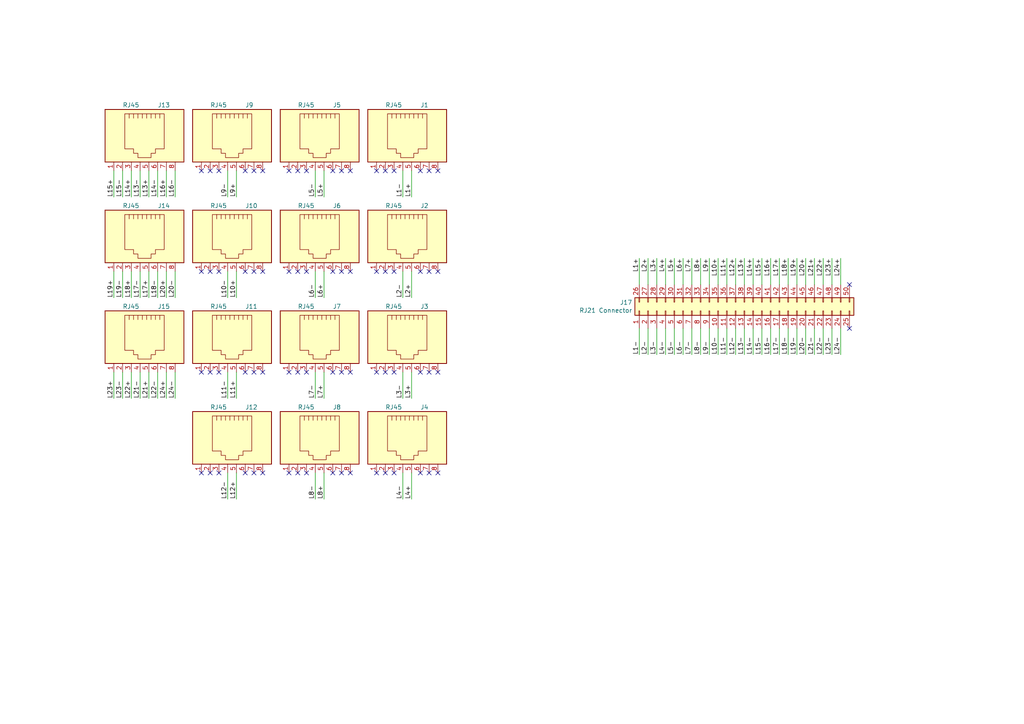
<source format=kicad_sch>
(kicad_sch (version 20211123) (generator eeschema)

  (uuid f17092c2-da41-47f4-a205-54f57effb47a)

  (paper "A4")

  (lib_symbols
    (symbol "Connector:RJ45" (pin_names (offset 1.016)) (in_bom yes) (on_board yes)
      (property "Reference" "J" (id 0) (at -5.08 13.97 0)
        (effects (font (size 1.27 1.27)) (justify right))
      )
      (property "Value" "RJ45" (id 1) (at 2.54 13.97 0)
        (effects (font (size 1.27 1.27)) (justify left))
      )
      (property "Footprint" "" (id 2) (at 0 0.635 90)
        (effects (font (size 1.27 1.27)) hide)
      )
      (property "Datasheet" "~" (id 3) (at 0 0.635 90)
        (effects (font (size 1.27 1.27)) hide)
      )
      (property "ki_keywords" "8P8C RJ female connector" (id 4) (at 0 0 0)
        (effects (font (size 1.27 1.27)) hide)
      )
      (property "ki_description" "RJ connector, 8P8C (8 positions 8 connected)" (id 5) (at 0 0 0)
        (effects (font (size 1.27 1.27)) hide)
      )
      (property "ki_fp_filters" "8P8C* RJ31* RJ32* RJ33* RJ34* RJ35* RJ41* RJ45* RJ49* RJ61*" (id 6) (at 0 0 0)
        (effects (font (size 1.27 1.27)) hide)
      )
      (symbol "RJ45_0_1"
        (polyline
          (pts
            (xy -5.08 4.445)
            (xy -6.35 4.445)
          )
          (stroke (width 0) (type default) (color 0 0 0 0))
          (fill (type none))
        )
        (polyline
          (pts
            (xy -5.08 5.715)
            (xy -6.35 5.715)
          )
          (stroke (width 0) (type default) (color 0 0 0 0))
          (fill (type none))
        )
        (polyline
          (pts
            (xy -6.35 -3.175)
            (xy -5.08 -3.175)
            (xy -5.08 -3.175)
          )
          (stroke (width 0) (type default) (color 0 0 0 0))
          (fill (type none))
        )
        (polyline
          (pts
            (xy -6.35 -1.905)
            (xy -5.08 -1.905)
            (xy -5.08 -1.905)
          )
          (stroke (width 0) (type default) (color 0 0 0 0))
          (fill (type none))
        )
        (polyline
          (pts
            (xy -6.35 -0.635)
            (xy -5.08 -0.635)
            (xy -5.08 -0.635)
          )
          (stroke (width 0) (type default) (color 0 0 0 0))
          (fill (type none))
        )
        (polyline
          (pts
            (xy -6.35 0.635)
            (xy -5.08 0.635)
            (xy -5.08 0.635)
          )
          (stroke (width 0) (type default) (color 0 0 0 0))
          (fill (type none))
        )
        (polyline
          (pts
            (xy -6.35 1.905)
            (xy -5.08 1.905)
            (xy -5.08 1.905)
          )
          (stroke (width 0) (type default) (color 0 0 0 0))
          (fill (type none))
        )
        (polyline
          (pts
            (xy -5.08 3.175)
            (xy -6.35 3.175)
            (xy -6.35 3.175)
          )
          (stroke (width 0) (type default) (color 0 0 0 0))
          (fill (type none))
        )
        (polyline
          (pts
            (xy -6.35 -4.445)
            (xy -6.35 6.985)
            (xy 3.81 6.985)
            (xy 3.81 4.445)
            (xy 5.08 4.445)
            (xy 5.08 3.175)
            (xy 6.35 3.175)
            (xy 6.35 -0.635)
            (xy 5.08 -0.635)
            (xy 5.08 -1.905)
            (xy 3.81 -1.905)
            (xy 3.81 -4.445)
            (xy -6.35 -4.445)
            (xy -6.35 -4.445)
          )
          (stroke (width 0) (type default) (color 0 0 0 0))
          (fill (type none))
        )
        (rectangle (start 7.62 12.7) (end -7.62 -10.16)
          (stroke (width 0.254) (type default) (color 0 0 0 0))
          (fill (type background))
        )
      )
      (symbol "RJ45_1_1"
        (pin passive line (at 10.16 -7.62 180) (length 2.54)
          (name "~" (effects (font (size 1.27 1.27))))
          (number "1" (effects (font (size 1.27 1.27))))
        )
        (pin passive line (at 10.16 -5.08 180) (length 2.54)
          (name "~" (effects (font (size 1.27 1.27))))
          (number "2" (effects (font (size 1.27 1.27))))
        )
        (pin passive line (at 10.16 -2.54 180) (length 2.54)
          (name "~" (effects (font (size 1.27 1.27))))
          (number "3" (effects (font (size 1.27 1.27))))
        )
        (pin passive line (at 10.16 0 180) (length 2.54)
          (name "~" (effects (font (size 1.27 1.27))))
          (number "4" (effects (font (size 1.27 1.27))))
        )
        (pin passive line (at 10.16 2.54 180) (length 2.54)
          (name "~" (effects (font (size 1.27 1.27))))
          (number "5" (effects (font (size 1.27 1.27))))
        )
        (pin passive line (at 10.16 5.08 180) (length 2.54)
          (name "~" (effects (font (size 1.27 1.27))))
          (number "6" (effects (font (size 1.27 1.27))))
        )
        (pin passive line (at 10.16 7.62 180) (length 2.54)
          (name "~" (effects (font (size 1.27 1.27))))
          (number "7" (effects (font (size 1.27 1.27))))
        )
        (pin passive line (at 10.16 10.16 180) (length 2.54)
          (name "~" (effects (font (size 1.27 1.27))))
          (number "8" (effects (font (size 1.27 1.27))))
        )
      )
    )
    (symbol "Connector_Generic:Conn_02x25_Top_Bottom" (pin_names (offset 1.016) hide) (in_bom yes) (on_board yes)
      (property "Reference" "J" (id 0) (at 1.27 33.02 0)
        (effects (font (size 1.27 1.27)))
      )
      (property "Value" "Conn_02x25_Top_Bottom" (id 1) (at 1.27 -33.02 0)
        (effects (font (size 1.27 1.27)))
      )
      (property "Footprint" "" (id 2) (at 0 0 0)
        (effects (font (size 1.27 1.27)) hide)
      )
      (property "Datasheet" "~" (id 3) (at 0 0 0)
        (effects (font (size 1.27 1.27)) hide)
      )
      (property "ki_keywords" "connector" (id 4) (at 0 0 0)
        (effects (font (size 1.27 1.27)) hide)
      )
      (property "ki_description" "Generic connector, double row, 02x25, top/bottom pin numbering scheme (row 1: 1...pins_per_row, row2: pins_per_row+1 ... num_pins), script generated (kicad-library-utils/schlib/autogen/connector/)" (id 5) (at 0 0 0)
        (effects (font (size 1.27 1.27)) hide)
      )
      (property "ki_fp_filters" "Connector*:*_2x??_*" (id 6) (at 0 0 0)
        (effects (font (size 1.27 1.27)) hide)
      )
      (symbol "Conn_02x25_Top_Bottom_1_1"
        (rectangle (start -1.27 -30.353) (end 0 -30.607)
          (stroke (width 0.1524) (type default) (color 0 0 0 0))
          (fill (type none))
        )
        (rectangle (start -1.27 -27.813) (end 0 -28.067)
          (stroke (width 0.1524) (type default) (color 0 0 0 0))
          (fill (type none))
        )
        (rectangle (start -1.27 -25.273) (end 0 -25.527)
          (stroke (width 0.1524) (type default) (color 0 0 0 0))
          (fill (type none))
        )
        (rectangle (start -1.27 -22.733) (end 0 -22.987)
          (stroke (width 0.1524) (type default) (color 0 0 0 0))
          (fill (type none))
        )
        (rectangle (start -1.27 -20.193) (end 0 -20.447)
          (stroke (width 0.1524) (type default) (color 0 0 0 0))
          (fill (type none))
        )
        (rectangle (start -1.27 -17.653) (end 0 -17.907)
          (stroke (width 0.1524) (type default) (color 0 0 0 0))
          (fill (type none))
        )
        (rectangle (start -1.27 -15.113) (end 0 -15.367)
          (stroke (width 0.1524) (type default) (color 0 0 0 0))
          (fill (type none))
        )
        (rectangle (start -1.27 -12.573) (end 0 -12.827)
          (stroke (width 0.1524) (type default) (color 0 0 0 0))
          (fill (type none))
        )
        (rectangle (start -1.27 -10.033) (end 0 -10.287)
          (stroke (width 0.1524) (type default) (color 0 0 0 0))
          (fill (type none))
        )
        (rectangle (start -1.27 -7.493) (end 0 -7.747)
          (stroke (width 0.1524) (type default) (color 0 0 0 0))
          (fill (type none))
        )
        (rectangle (start -1.27 -4.953) (end 0 -5.207)
          (stroke (width 0.1524) (type default) (color 0 0 0 0))
          (fill (type none))
        )
        (rectangle (start -1.27 -2.413) (end 0 -2.667)
          (stroke (width 0.1524) (type default) (color 0 0 0 0))
          (fill (type none))
        )
        (rectangle (start -1.27 0.127) (end 0 -0.127)
          (stroke (width 0.1524) (type default) (color 0 0 0 0))
          (fill (type none))
        )
        (rectangle (start -1.27 2.667) (end 0 2.413)
          (stroke (width 0.1524) (type default) (color 0 0 0 0))
          (fill (type none))
        )
        (rectangle (start -1.27 5.207) (end 0 4.953)
          (stroke (width 0.1524) (type default) (color 0 0 0 0))
          (fill (type none))
        )
        (rectangle (start -1.27 7.747) (end 0 7.493)
          (stroke (width 0.1524) (type default) (color 0 0 0 0))
          (fill (type none))
        )
        (rectangle (start -1.27 10.287) (end 0 10.033)
          (stroke (width 0.1524) (type default) (color 0 0 0 0))
          (fill (type none))
        )
        (rectangle (start -1.27 12.827) (end 0 12.573)
          (stroke (width 0.1524) (type default) (color 0 0 0 0))
          (fill (type none))
        )
        (rectangle (start -1.27 15.367) (end 0 15.113)
          (stroke (width 0.1524) (type default) (color 0 0 0 0))
          (fill (type none))
        )
        (rectangle (start -1.27 17.907) (end 0 17.653)
          (stroke (width 0.1524) (type default) (color 0 0 0 0))
          (fill (type none))
        )
        (rectangle (start -1.27 20.447) (end 0 20.193)
          (stroke (width 0.1524) (type default) (color 0 0 0 0))
          (fill (type none))
        )
        (rectangle (start -1.27 22.987) (end 0 22.733)
          (stroke (width 0.1524) (type default) (color 0 0 0 0))
          (fill (type none))
        )
        (rectangle (start -1.27 25.527) (end 0 25.273)
          (stroke (width 0.1524) (type default) (color 0 0 0 0))
          (fill (type none))
        )
        (rectangle (start -1.27 28.067) (end 0 27.813)
          (stroke (width 0.1524) (type default) (color 0 0 0 0))
          (fill (type none))
        )
        (rectangle (start -1.27 30.607) (end 0 30.353)
          (stroke (width 0.1524) (type default) (color 0 0 0 0))
          (fill (type none))
        )
        (rectangle (start -1.27 31.75) (end 3.81 -31.75)
          (stroke (width 0.254) (type default) (color 0 0 0 0))
          (fill (type background))
        )
        (rectangle (start 3.81 -30.353) (end 2.54 -30.607)
          (stroke (width 0.1524) (type default) (color 0 0 0 0))
          (fill (type none))
        )
        (rectangle (start 3.81 -27.813) (end 2.54 -28.067)
          (stroke (width 0.1524) (type default) (color 0 0 0 0))
          (fill (type none))
        )
        (rectangle (start 3.81 -25.273) (end 2.54 -25.527)
          (stroke (width 0.1524) (type default) (color 0 0 0 0))
          (fill (type none))
        )
        (rectangle (start 3.81 -22.733) (end 2.54 -22.987)
          (stroke (width 0.1524) (type default) (color 0 0 0 0))
          (fill (type none))
        )
        (rectangle (start 3.81 -20.193) (end 2.54 -20.447)
          (stroke (width 0.1524) (type default) (color 0 0 0 0))
          (fill (type none))
        )
        (rectangle (start 3.81 -17.653) (end 2.54 -17.907)
          (stroke (width 0.1524) (type default) (color 0 0 0 0))
          (fill (type none))
        )
        (rectangle (start 3.81 -15.113) (end 2.54 -15.367)
          (stroke (width 0.1524) (type default) (color 0 0 0 0))
          (fill (type none))
        )
        (rectangle (start 3.81 -12.573) (end 2.54 -12.827)
          (stroke (width 0.1524) (type default) (color 0 0 0 0))
          (fill (type none))
        )
        (rectangle (start 3.81 -10.033) (end 2.54 -10.287)
          (stroke (width 0.1524) (type default) (color 0 0 0 0))
          (fill (type none))
        )
        (rectangle (start 3.81 -7.493) (end 2.54 -7.747)
          (stroke (width 0.1524) (type default) (color 0 0 0 0))
          (fill (type none))
        )
        (rectangle (start 3.81 -4.953) (end 2.54 -5.207)
          (stroke (width 0.1524) (type default) (color 0 0 0 0))
          (fill (type none))
        )
        (rectangle (start 3.81 -2.413) (end 2.54 -2.667)
          (stroke (width 0.1524) (type default) (color 0 0 0 0))
          (fill (type none))
        )
        (rectangle (start 3.81 0.127) (end 2.54 -0.127)
          (stroke (width 0.1524) (type default) (color 0 0 0 0))
          (fill (type none))
        )
        (rectangle (start 3.81 2.667) (end 2.54 2.413)
          (stroke (width 0.1524) (type default) (color 0 0 0 0))
          (fill (type none))
        )
        (rectangle (start 3.81 5.207) (end 2.54 4.953)
          (stroke (width 0.1524) (type default) (color 0 0 0 0))
          (fill (type none))
        )
        (rectangle (start 3.81 7.747) (end 2.54 7.493)
          (stroke (width 0.1524) (type default) (color 0 0 0 0))
          (fill (type none))
        )
        (rectangle (start 3.81 10.287) (end 2.54 10.033)
          (stroke (width 0.1524) (type default) (color 0 0 0 0))
          (fill (type none))
        )
        (rectangle (start 3.81 12.827) (end 2.54 12.573)
          (stroke (width 0.1524) (type default) (color 0 0 0 0))
          (fill (type none))
        )
        (rectangle (start 3.81 15.367) (end 2.54 15.113)
          (stroke (width 0.1524) (type default) (color 0 0 0 0))
          (fill (type none))
        )
        (rectangle (start 3.81 17.907) (end 2.54 17.653)
          (stroke (width 0.1524) (type default) (color 0 0 0 0))
          (fill (type none))
        )
        (rectangle (start 3.81 20.447) (end 2.54 20.193)
          (stroke (width 0.1524) (type default) (color 0 0 0 0))
          (fill (type none))
        )
        (rectangle (start 3.81 22.987) (end 2.54 22.733)
          (stroke (width 0.1524) (type default) (color 0 0 0 0))
          (fill (type none))
        )
        (rectangle (start 3.81 25.527) (end 2.54 25.273)
          (stroke (width 0.1524) (type default) (color 0 0 0 0))
          (fill (type none))
        )
        (rectangle (start 3.81 28.067) (end 2.54 27.813)
          (stroke (width 0.1524) (type default) (color 0 0 0 0))
          (fill (type none))
        )
        (rectangle (start 3.81 30.607) (end 2.54 30.353)
          (stroke (width 0.1524) (type default) (color 0 0 0 0))
          (fill (type none))
        )
        (pin passive line (at -5.08 30.48 0) (length 3.81)
          (name "Pin_1" (effects (font (size 1.27 1.27))))
          (number "1" (effects (font (size 1.27 1.27))))
        )
        (pin passive line (at -5.08 7.62 0) (length 3.81)
          (name "Pin_10" (effects (font (size 1.27 1.27))))
          (number "10" (effects (font (size 1.27 1.27))))
        )
        (pin passive line (at -5.08 5.08 0) (length 3.81)
          (name "Pin_11" (effects (font (size 1.27 1.27))))
          (number "11" (effects (font (size 1.27 1.27))))
        )
        (pin passive line (at -5.08 2.54 0) (length 3.81)
          (name "Pin_12" (effects (font (size 1.27 1.27))))
          (number "12" (effects (font (size 1.27 1.27))))
        )
        (pin passive line (at -5.08 0 0) (length 3.81)
          (name "Pin_13" (effects (font (size 1.27 1.27))))
          (number "13" (effects (font (size 1.27 1.27))))
        )
        (pin passive line (at -5.08 -2.54 0) (length 3.81)
          (name "Pin_14" (effects (font (size 1.27 1.27))))
          (number "14" (effects (font (size 1.27 1.27))))
        )
        (pin passive line (at -5.08 -5.08 0) (length 3.81)
          (name "Pin_15" (effects (font (size 1.27 1.27))))
          (number "15" (effects (font (size 1.27 1.27))))
        )
        (pin passive line (at -5.08 -7.62 0) (length 3.81)
          (name "Pin_16" (effects (font (size 1.27 1.27))))
          (number "16" (effects (font (size 1.27 1.27))))
        )
        (pin passive line (at -5.08 -10.16 0) (length 3.81)
          (name "Pin_17" (effects (font (size 1.27 1.27))))
          (number "17" (effects (font (size 1.27 1.27))))
        )
        (pin passive line (at -5.08 -12.7 0) (length 3.81)
          (name "Pin_18" (effects (font (size 1.27 1.27))))
          (number "18" (effects (font (size 1.27 1.27))))
        )
        (pin passive line (at -5.08 -15.24 0) (length 3.81)
          (name "Pin_19" (effects (font (size 1.27 1.27))))
          (number "19" (effects (font (size 1.27 1.27))))
        )
        (pin passive line (at -5.08 27.94 0) (length 3.81)
          (name "Pin_2" (effects (font (size 1.27 1.27))))
          (number "2" (effects (font (size 1.27 1.27))))
        )
        (pin passive line (at -5.08 -17.78 0) (length 3.81)
          (name "Pin_20" (effects (font (size 1.27 1.27))))
          (number "20" (effects (font (size 1.27 1.27))))
        )
        (pin passive line (at -5.08 -20.32 0) (length 3.81)
          (name "Pin_21" (effects (font (size 1.27 1.27))))
          (number "21" (effects (font (size 1.27 1.27))))
        )
        (pin passive line (at -5.08 -22.86 0) (length 3.81)
          (name "Pin_22" (effects (font (size 1.27 1.27))))
          (number "22" (effects (font (size 1.27 1.27))))
        )
        (pin passive line (at -5.08 -25.4 0) (length 3.81)
          (name "Pin_23" (effects (font (size 1.27 1.27))))
          (number "23" (effects (font (size 1.27 1.27))))
        )
        (pin passive line (at -5.08 -27.94 0) (length 3.81)
          (name "Pin_24" (effects (font (size 1.27 1.27))))
          (number "24" (effects (font (size 1.27 1.27))))
        )
        (pin passive line (at -5.08 -30.48 0) (length 3.81)
          (name "Pin_25" (effects (font (size 1.27 1.27))))
          (number "25" (effects (font (size 1.27 1.27))))
        )
        (pin passive line (at 7.62 30.48 180) (length 3.81)
          (name "Pin_26" (effects (font (size 1.27 1.27))))
          (number "26" (effects (font (size 1.27 1.27))))
        )
        (pin passive line (at 7.62 27.94 180) (length 3.81)
          (name "Pin_27" (effects (font (size 1.27 1.27))))
          (number "27" (effects (font (size 1.27 1.27))))
        )
        (pin passive line (at 7.62 25.4 180) (length 3.81)
          (name "Pin_28" (effects (font (size 1.27 1.27))))
          (number "28" (effects (font (size 1.27 1.27))))
        )
        (pin passive line (at 7.62 22.86 180) (length 3.81)
          (name "Pin_29" (effects (font (size 1.27 1.27))))
          (number "29" (effects (font (size 1.27 1.27))))
        )
        (pin passive line (at -5.08 25.4 0) (length 3.81)
          (name "Pin_3" (effects (font (size 1.27 1.27))))
          (number "3" (effects (font (size 1.27 1.27))))
        )
        (pin passive line (at 7.62 20.32 180) (length 3.81)
          (name "Pin_30" (effects (font (size 1.27 1.27))))
          (number "30" (effects (font (size 1.27 1.27))))
        )
        (pin passive line (at 7.62 17.78 180) (length 3.81)
          (name "Pin_31" (effects (font (size 1.27 1.27))))
          (number "31" (effects (font (size 1.27 1.27))))
        )
        (pin passive line (at 7.62 15.24 180) (length 3.81)
          (name "Pin_32" (effects (font (size 1.27 1.27))))
          (number "32" (effects (font (size 1.27 1.27))))
        )
        (pin passive line (at 7.62 12.7 180) (length 3.81)
          (name "Pin_33" (effects (font (size 1.27 1.27))))
          (number "33" (effects (font (size 1.27 1.27))))
        )
        (pin passive line (at 7.62 10.16 180) (length 3.81)
          (name "Pin_34" (effects (font (size 1.27 1.27))))
          (number "34" (effects (font (size 1.27 1.27))))
        )
        (pin passive line (at 7.62 7.62 180) (length 3.81)
          (name "Pin_35" (effects (font (size 1.27 1.27))))
          (number "35" (effects (font (size 1.27 1.27))))
        )
        (pin passive line (at 7.62 5.08 180) (length 3.81)
          (name "Pin_36" (effects (font (size 1.27 1.27))))
          (number "36" (effects (font (size 1.27 1.27))))
        )
        (pin passive line (at 7.62 2.54 180) (length 3.81)
          (name "Pin_37" (effects (font (size 1.27 1.27))))
          (number "37" (effects (font (size 1.27 1.27))))
        )
        (pin passive line (at 7.62 0 180) (length 3.81)
          (name "Pin_38" (effects (font (size 1.27 1.27))))
          (number "38" (effects (font (size 1.27 1.27))))
        )
        (pin passive line (at 7.62 -2.54 180) (length 3.81)
          (name "Pin_39" (effects (font (size 1.27 1.27))))
          (number "39" (effects (font (size 1.27 1.27))))
        )
        (pin passive line (at -5.08 22.86 0) (length 3.81)
          (name "Pin_4" (effects (font (size 1.27 1.27))))
          (number "4" (effects (font (size 1.27 1.27))))
        )
        (pin passive line (at 7.62 -5.08 180) (length 3.81)
          (name "Pin_40" (effects (font (size 1.27 1.27))))
          (number "40" (effects (font (size 1.27 1.27))))
        )
        (pin passive line (at 7.62 -7.62 180) (length 3.81)
          (name "Pin_41" (effects (font (size 1.27 1.27))))
          (number "41" (effects (font (size 1.27 1.27))))
        )
        (pin passive line (at 7.62 -10.16 180) (length 3.81)
          (name "Pin_42" (effects (font (size 1.27 1.27))))
          (number "42" (effects (font (size 1.27 1.27))))
        )
        (pin passive line (at 7.62 -12.7 180) (length 3.81)
          (name "Pin_43" (effects (font (size 1.27 1.27))))
          (number "43" (effects (font (size 1.27 1.27))))
        )
        (pin passive line (at 7.62 -15.24 180) (length 3.81)
          (name "Pin_44" (effects (font (size 1.27 1.27))))
          (number "44" (effects (font (size 1.27 1.27))))
        )
        (pin passive line (at 7.62 -17.78 180) (length 3.81)
          (name "Pin_45" (effects (font (size 1.27 1.27))))
          (number "45" (effects (font (size 1.27 1.27))))
        )
        (pin passive line (at 7.62 -20.32 180) (length 3.81)
          (name "Pin_46" (effects (font (size 1.27 1.27))))
          (number "46" (effects (font (size 1.27 1.27))))
        )
        (pin passive line (at 7.62 -22.86 180) (length 3.81)
          (name "Pin_47" (effects (font (size 1.27 1.27))))
          (number "47" (effects (font (size 1.27 1.27))))
        )
        (pin passive line (at 7.62 -25.4 180) (length 3.81)
          (name "Pin_48" (effects (font (size 1.27 1.27))))
          (number "48" (effects (font (size 1.27 1.27))))
        )
        (pin passive line (at 7.62 -27.94 180) (length 3.81)
          (name "Pin_49" (effects (font (size 1.27 1.27))))
          (number "49" (effects (font (size 1.27 1.27))))
        )
        (pin passive line (at -5.08 20.32 0) (length 3.81)
          (name "Pin_5" (effects (font (size 1.27 1.27))))
          (number "5" (effects (font (size 1.27 1.27))))
        )
        (pin passive line (at 7.62 -30.48 180) (length 3.81)
          (name "Pin_50" (effects (font (size 1.27 1.27))))
          (number "50" (effects (font (size 1.27 1.27))))
        )
        (pin passive line (at -5.08 17.78 0) (length 3.81)
          (name "Pin_6" (effects (font (size 1.27 1.27))))
          (number "6" (effects (font (size 1.27 1.27))))
        )
        (pin passive line (at -5.08 15.24 0) (length 3.81)
          (name "Pin_7" (effects (font (size 1.27 1.27))))
          (number "7" (effects (font (size 1.27 1.27))))
        )
        (pin passive line (at -5.08 12.7 0) (length 3.81)
          (name "Pin_8" (effects (font (size 1.27 1.27))))
          (number "8" (effects (font (size 1.27 1.27))))
        )
        (pin passive line (at -5.08 10.16 0) (length 3.81)
          (name "Pin_9" (effects (font (size 1.27 1.27))))
          (number "9" (effects (font (size 1.27 1.27))))
        )
      )
    )
  )


  (no_connect (at 109.22 78.74) (uuid 024c4a7c-b924-4df6-9e5a-63b3a9554558))
  (no_connect (at 127 137.16) (uuid 07e1b036-fee3-45ee-a899-e41e398e44b2))
  (no_connect (at 88.9 107.95) (uuid 0e7a7024-fa13-4ee6-b652-1d5e791fda20))
  (no_connect (at 99.06 78.74) (uuid 108ddc86-1abb-4b4a-89dc-864e5b43fcf9))
  (no_connect (at 83.82 78.74) (uuid 16bb53e3-0995-4189-adb1-ca9df1add091))
  (no_connect (at 83.82 107.95) (uuid 1787d800-4209-40cf-84f4-8b515d4e5f6b))
  (no_connect (at 83.82 137.16) (uuid 1e73a31a-0b13-463d-bef2-d72f96d57c95))
  (no_connect (at 124.46 78.74) (uuid 1ee73163-ed98-477e-a3e3-5c715943e1a3))
  (no_connect (at 124.46 137.16) (uuid 2087216b-5bcc-4434-9fae-37ac09e38c90))
  (no_connect (at 96.52 78.74) (uuid 225d54da-c167-4d1c-98b8-35b2788cb1da))
  (no_connect (at 246.38 82.55) (uuid 23299aa3-fe5b-44a8-9e2f-c4da5562e0f4))
  (no_connect (at 127 78.74) (uuid 2571b2e7-8f48-48e3-be7c-bd3ad8711897))
  (no_connect (at 121.92 107.95) (uuid 270bf2a4-0207-4846-9264-e4b4b3eef5da))
  (no_connect (at 71.12 137.16) (uuid 2754669c-a0cc-47d4-9387-d4a930613aff))
  (no_connect (at 73.66 78.74) (uuid 297a5599-f7d7-4183-92ef-342dafff116c))
  (no_connect (at 76.2 49.53) (uuid 2abea9b2-f25a-41e2-b998-f2a79813382b))
  (no_connect (at 88.9 49.53) (uuid 2b3dba17-1ffb-4524-97a0-733ab45c15bb))
  (no_connect (at 124.46 49.53) (uuid 360e8f5e-0b0b-4c24-9b06-18351c135d6e))
  (no_connect (at 60.96 137.16) (uuid 3709b5b5-f22e-44da-9d73-650dc5a9d61e))
  (no_connect (at 99.06 107.95) (uuid 3af30852-eb05-4bd7-8924-e99789667afe))
  (no_connect (at 114.3 78.74) (uuid 3eaafe2c-cfe5-4085-aebc-66de41c5beb4))
  (no_connect (at 121.92 137.16) (uuid 445242c3-41e4-4b23-b892-2fffa9db246f))
  (no_connect (at 63.5 137.16) (uuid 45d585bc-897e-47c6-be70-7aa3a04a8ef2))
  (no_connect (at 101.6 49.53) (uuid 4f060ddc-6eba-4fb7-874d-4b3f10ac1ff5))
  (no_connect (at 83.82 49.53) (uuid 583cfe27-7c43-4670-8de6-43ef03653dde))
  (no_connect (at 76.2 137.16) (uuid 5c178684-0ba1-4fb6-95c6-9582aaa73d5b))
  (no_connect (at 58.42 107.95) (uuid 5c96be43-daef-499c-9c32-af26ad17f2bc))
  (no_connect (at 73.66 49.53) (uuid 5f9772ac-72f3-4a2d-a0f5-7b17a57bac53))
  (no_connect (at 109.22 107.95) (uuid 656e6f10-7d63-4d9f-8c7c-3ba1de47d7a7))
  (no_connect (at 73.66 137.16) (uuid 68e1c1db-311d-43b5-a1c5-da71c3cf51c9))
  (no_connect (at 111.76 107.95) (uuid 68f97fac-c47c-4852-a06f-fc473717fedc))
  (no_connect (at 111.76 137.16) (uuid 7047df4a-ff2b-4975-9003-4ff8f7771ec4))
  (no_connect (at 60.96 107.95) (uuid 72a4d48c-bac2-4d40-b1e6-8803bb22ff0a))
  (no_connect (at 114.3 49.53) (uuid 7555b5c1-7e74-499d-8a13-efb5794c7e98))
  (no_connect (at 109.22 49.53) (uuid 763094cc-144c-4829-a513-cab3b2dc2a5b))
  (no_connect (at 60.96 78.74) (uuid 7b1706a6-c98e-45d7-b7c1-018332e3635e))
  (no_connect (at 86.36 107.95) (uuid 8131679b-f881-4baa-82d6-b366d8109658))
  (no_connect (at 58.42 78.74) (uuid 82788991-8246-417a-97fe-3b407ca13a03))
  (no_connect (at 73.66 107.95) (uuid 83a16ae4-f7c7-463a-aa9f-e71358718b10))
  (no_connect (at 63.5 49.53) (uuid 8529ac1c-a60f-4173-bacd-68cd54dbc6eb))
  (no_connect (at 88.9 137.16) (uuid 85f57ad2-4735-47ba-b903-3568bb4736d4))
  (no_connect (at 114.3 137.16) (uuid 91b8f048-b92e-45fd-b063-4a0e800b5a49))
  (no_connect (at 124.46 107.95) (uuid 93bf854a-e344-4d16-91a2-6e889ca61265))
  (no_connect (at 63.5 107.95) (uuid 9407ec77-377b-4c0b-be81-9453d8608c13))
  (no_connect (at 86.36 49.53) (uuid 9663309b-b4a1-4a50-ae15-8ae5fcfa015a))
  (no_connect (at 99.06 137.16) (uuid 9a3e58b6-2313-4d54-b66e-27313e0c03f1))
  (no_connect (at 76.2 107.95) (uuid 9b5ea9d7-aaae-44ce-8b42-bf3383cd72b0))
  (no_connect (at 101.6 107.95) (uuid a5c84cb4-18fd-4cf3-87d4-c9244aca1173))
  (no_connect (at 127 49.53) (uuid a7e24486-4986-484c-9705-c91f6b00477e))
  (no_connect (at 127 107.95) (uuid a91d2a32-5ecc-4245-860a-4a84cb761167))
  (no_connect (at 96.52 49.53) (uuid ad04bdff-4f67-4943-ab7d-2c982c9edddf))
  (no_connect (at 86.36 78.74) (uuid afe1fece-80c9-4728-be79-cb6d216bb518))
  (no_connect (at 71.12 49.53) (uuid b410767e-fe64-4c19-81bf-f91c40123fa8))
  (no_connect (at 63.5 78.74) (uuid b8f07361-e1ba-4b1c-87b9-4bdead0612b1))
  (no_connect (at 58.42 49.53) (uuid cab354c0-2d4c-49ea-a949-17564699dc22))
  (no_connect (at 58.42 137.16) (uuid cc48ace8-54c1-4d71-97f6-fd51653e6635))
  (no_connect (at 96.52 137.16) (uuid ccb2b959-23e7-440e-b462-7c59f41d7a5f))
  (no_connect (at 101.6 78.74) (uuid cdaca895-ea5f-4212-9213-2ec0b0fcc670))
  (no_connect (at 109.22 137.16) (uuid d0bf10d7-aff5-4499-bc3d-ae56fbc70acc))
  (no_connect (at 86.36 137.16) (uuid d0ec2ab9-7f1d-4d96-ae03-cad6c5037bc7))
  (no_connect (at 246.38 95.25) (uuid d5a30c24-ad77-4b90-8bba-329c5e5af11e))
  (no_connect (at 71.12 78.74) (uuid dfed3d8f-a12a-4775-8f03-b28b1330a51c))
  (no_connect (at 88.9 78.74) (uuid e11af9ba-b003-4de9-99b4-baf43134a446))
  (no_connect (at 99.06 49.53) (uuid e77f9215-2778-4112-8cb0-04b09ff0c29e))
  (no_connect (at 76.2 78.74) (uuid edc854fa-33ff-40be-9c91-a24aa88e1c4e))
  (no_connect (at 71.12 107.95) (uuid ef798c18-c147-40ce-85a1-6786321207c1))
  (no_connect (at 101.6 137.16) (uuid f807829a-f619-44f8-8f55-9d0eb6c2052c))
  (no_connect (at 114.3 107.95) (uuid f9bd519b-fc4d-4922-88be-c627f51f4cc9))
  (no_connect (at 111.76 78.74) (uuid f9bf6f80-0b29-429c-aa05-4add542a85e0))
  (no_connect (at 60.96 49.53) (uuid fb271ba6-a8a6-4c31-a2bf-2166c767aea7))
  (no_connect (at 111.76 49.53) (uuid fb42e4f7-a4ca-4f05-93c8-c5bd6a59651f))
  (no_connect (at 121.92 49.53) (uuid fc08c172-1b48-4d00-8c1c-00cd42ae1287))
  (no_connect (at 96.52 107.95) (uuid fd2b33f2-3922-4e75-a2c3-b653a1834f60))
  (no_connect (at 121.92 78.74) (uuid fe93935d-2e9f-44c5-9ad6-5f9370b6a69c))

  (wire (pts (xy 228.6 82.55) (xy 228.6 74.93))
    (stroke (width 0) (type default) (color 0 0 0 0))
    (uuid 013a5e82-738b-448b-80a0-c1cefabb04e6)
  )
  (wire (pts (xy 236.22 82.55) (xy 236.22 74.93))
    (stroke (width 0) (type default) (color 0 0 0 0))
    (uuid 025adf5f-d9a4-41aa-97c1-de372d8a56ca)
  )
  (wire (pts (xy 48.26 78.74) (xy 48.26 86.36))
    (stroke (width 0) (type default) (color 0 0 0 0))
    (uuid 05fc7f62-20cf-48dc-8bc3-76cb34b5e67d)
  )
  (wire (pts (xy 233.68 95.25) (xy 233.68 102.87))
    (stroke (width 0) (type default) (color 0 0 0 0))
    (uuid 071b8124-3c17-4152-ade5-3da4f0553788)
  )
  (wire (pts (xy 119.38 107.95) (xy 119.38 115.57))
    (stroke (width 0) (type default) (color 0 0 0 0))
    (uuid 08eca62f-313d-43a7-b012-c2f66fb6bbc9)
  )
  (wire (pts (xy 40.64 107.95) (xy 40.64 115.57))
    (stroke (width 0) (type default) (color 0 0 0 0))
    (uuid 0acf17b5-d52b-442b-9eda-a034ad29e8af)
  )
  (wire (pts (xy 238.76 82.55) (xy 238.76 74.93))
    (stroke (width 0) (type default) (color 0 0 0 0))
    (uuid 136decf6-4347-4eaa-b205-7eb8e64e2360)
  )
  (wire (pts (xy 33.02 78.74) (xy 33.02 86.36))
    (stroke (width 0) (type default) (color 0 0 0 0))
    (uuid 15607c59-3f3f-4694-b113-c669fb0438e1)
  )
  (wire (pts (xy 190.5 82.55) (xy 190.5 74.93))
    (stroke (width 0) (type default) (color 0 0 0 0))
    (uuid 15f47f52-cf65-4d4e-a677-d9f6c299ca9c)
  )
  (wire (pts (xy 93.98 78.74) (xy 93.98 86.36))
    (stroke (width 0) (type default) (color 0 0 0 0))
    (uuid 2060942b-fe84-44f1-b8de-c79f5f14682e)
  )
  (wire (pts (xy 38.1 49.53) (xy 38.1 57.15))
    (stroke (width 0) (type default) (color 0 0 0 0))
    (uuid 25a1b847-07ba-44fa-ab6d-f3e09e8443cf)
  )
  (wire (pts (xy 45.72 78.74) (xy 45.72 86.36))
    (stroke (width 0) (type default) (color 0 0 0 0))
    (uuid 2c792ef6-7dba-4fc0-a907-0cfd6ae7eaee)
  )
  (wire (pts (xy 93.98 107.95) (xy 93.98 115.57))
    (stroke (width 0) (type default) (color 0 0 0 0))
    (uuid 2de7f6a3-8e33-4a7d-b3be-b3b1ca126159)
  )
  (wire (pts (xy 66.04 49.53) (xy 66.04 57.15))
    (stroke (width 0) (type default) (color 0 0 0 0))
    (uuid 32cf07d7-f236-41c1-953e-e144ab5cb5ac)
  )
  (wire (pts (xy 208.28 95.25) (xy 208.28 102.87))
    (stroke (width 0) (type default) (color 0 0 0 0))
    (uuid 346b16bd-0361-48b7-9a79-45f084d8cd21)
  )
  (wire (pts (xy 193.04 95.25) (xy 193.04 102.87))
    (stroke (width 0) (type default) (color 0 0 0 0))
    (uuid 36ac75fe-a959-4a9f-bfdf-cd93973cb379)
  )
  (wire (pts (xy 215.9 82.55) (xy 215.9 74.93))
    (stroke (width 0) (type default) (color 0 0 0 0))
    (uuid 36d9af9d-b89b-4f8d-a85e-9f6d9b754290)
  )
  (wire (pts (xy 203.2 95.25) (xy 203.2 102.87))
    (stroke (width 0) (type default) (color 0 0 0 0))
    (uuid 3791fd8b-0890-4c42-aa40-ec0565973a1c)
  )
  (wire (pts (xy 45.72 107.95) (xy 45.72 115.57))
    (stroke (width 0) (type default) (color 0 0 0 0))
    (uuid 39c312ce-ce37-4717-8d19-7bf22d98353c)
  )
  (wire (pts (xy 43.18 107.95) (xy 43.18 115.57))
    (stroke (width 0) (type default) (color 0 0 0 0))
    (uuid 3cd8590b-664d-499d-b4cf-202de53da7e2)
  )
  (wire (pts (xy 119.38 49.53) (xy 119.38 57.15))
    (stroke (width 0) (type default) (color 0 0 0 0))
    (uuid 3ce4bbae-9b61-496b-ae97-329cc18fa020)
  )
  (wire (pts (xy 231.14 82.55) (xy 231.14 74.93))
    (stroke (width 0) (type default) (color 0 0 0 0))
    (uuid 405992eb-c503-449f-972c-eb432bcc5571)
  )
  (wire (pts (xy 185.42 95.25) (xy 185.42 102.87))
    (stroke (width 0) (type default) (color 0 0 0 0))
    (uuid 40ca0dac-e979-46c7-8141-2489bd1d7276)
  )
  (wire (pts (xy 243.84 95.25) (xy 243.84 102.87))
    (stroke (width 0) (type default) (color 0 0 0 0))
    (uuid 4174883f-d785-4ada-9724-d3c08e0604af)
  )
  (wire (pts (xy 226.06 95.25) (xy 226.06 102.87))
    (stroke (width 0) (type default) (color 0 0 0 0))
    (uuid 4683b821-d7f5-4c97-bfb1-dd393d4c89b1)
  )
  (wire (pts (xy 119.38 137.16) (xy 119.38 144.78))
    (stroke (width 0) (type default) (color 0 0 0 0))
    (uuid 4b379c84-8981-440e-86e5-1d7b3f6c8e06)
  )
  (wire (pts (xy 218.44 95.25) (xy 218.44 102.87))
    (stroke (width 0) (type default) (color 0 0 0 0))
    (uuid 4df7d7fd-7619-4841-865a-0da5e796bcac)
  )
  (wire (pts (xy 50.8 107.95) (xy 50.8 115.57))
    (stroke (width 0) (type default) (color 0 0 0 0))
    (uuid 6098ccd5-6311-4500-b129-332dc76b6e2b)
  )
  (wire (pts (xy 198.12 82.55) (xy 198.12 74.93))
    (stroke (width 0) (type default) (color 0 0 0 0))
    (uuid 615a248b-b226-4f45-b72f-7517b4a027d6)
  )
  (wire (pts (xy 33.02 49.53) (xy 33.02 57.15))
    (stroke (width 0) (type default) (color 0 0 0 0))
    (uuid 62795eb0-eb09-4bd7-8e31-9d3c2a5c7b6b)
  )
  (wire (pts (xy 208.28 82.55) (xy 208.28 74.93))
    (stroke (width 0) (type default) (color 0 0 0 0))
    (uuid 6549e81e-ebeb-41fe-861a-18d6130e075e)
  )
  (wire (pts (xy 195.58 82.55) (xy 195.58 74.93))
    (stroke (width 0) (type default) (color 0 0 0 0))
    (uuid 65f8b3ad-b8f1-4375-9e84-d75167c3b310)
  )
  (wire (pts (xy 91.44 107.95) (xy 91.44 115.57))
    (stroke (width 0) (type default) (color 0 0 0 0))
    (uuid 66c6182f-491a-4cc3-9766-b86495241d0a)
  )
  (wire (pts (xy 231.14 95.25) (xy 231.14 102.87))
    (stroke (width 0) (type default) (color 0 0 0 0))
    (uuid 6a6ff8ed-4f6b-4395-b2e7-401ccf9f4fac)
  )
  (wire (pts (xy 228.6 95.25) (xy 228.6 102.87))
    (stroke (width 0) (type default) (color 0 0 0 0))
    (uuid 6a9cf970-15de-4503-a660-f1321b3388bf)
  )
  (wire (pts (xy 68.58 49.53) (xy 68.58 57.15))
    (stroke (width 0) (type default) (color 0 0 0 0))
    (uuid 6b29dcf2-1caf-46b0-aa1d-f4ec2359c853)
  )
  (wire (pts (xy 33.02 107.95) (xy 33.02 115.57))
    (stroke (width 0) (type default) (color 0 0 0 0))
    (uuid 6c8ae196-14af-48b2-986f-bc8bc4d442c0)
  )
  (wire (pts (xy 210.82 82.55) (xy 210.82 74.93))
    (stroke (width 0) (type default) (color 0 0 0 0))
    (uuid 70b9cf8f-1bd0-4dfc-997b-d51a926d5d07)
  )
  (wire (pts (xy 116.84 49.53) (xy 116.84 57.15))
    (stroke (width 0) (type default) (color 0 0 0 0))
    (uuid 7184817e-5cf1-4e77-ad7e-426623cd942e)
  )
  (wire (pts (xy 198.12 95.25) (xy 198.12 102.87))
    (stroke (width 0) (type default) (color 0 0 0 0))
    (uuid 72a733f2-cacb-4601-bd37-35681d6a5e67)
  )
  (wire (pts (xy 66.04 78.74) (xy 66.04 86.36))
    (stroke (width 0) (type default) (color 0 0 0 0))
    (uuid 734cb6ad-0944-4009-92cd-6722c3b8b052)
  )
  (wire (pts (xy 66.04 107.95) (xy 66.04 115.57))
    (stroke (width 0) (type default) (color 0 0 0 0))
    (uuid 76edeb2a-e481-4400-a830-e71d7fb0da5d)
  )
  (wire (pts (xy 119.38 78.74) (xy 119.38 86.36))
    (stroke (width 0) (type default) (color 0 0 0 0))
    (uuid 7703f2bc-4e3d-4654-a583-be8b238a0c4a)
  )
  (wire (pts (xy 116.84 107.95) (xy 116.84 115.57))
    (stroke (width 0) (type default) (color 0 0 0 0))
    (uuid 793b93cf-c325-4dfc-afdf-ff74f1e3cfb6)
  )
  (wire (pts (xy 91.44 49.53) (xy 91.44 57.15))
    (stroke (width 0) (type default) (color 0 0 0 0))
    (uuid 7b03b352-c2d6-4277-ad0b-a6494829d21d)
  )
  (wire (pts (xy 241.3 95.25) (xy 241.3 102.87))
    (stroke (width 0) (type default) (color 0 0 0 0))
    (uuid 7b39b4f4-8ea6-44c0-ae52-8dc80dd0b16d)
  )
  (wire (pts (xy 200.66 95.25) (xy 200.66 102.87))
    (stroke (width 0) (type default) (color 0 0 0 0))
    (uuid 7b578cf6-960d-421d-8eaa-d5976371c038)
  )
  (wire (pts (xy 38.1 78.74) (xy 38.1 86.36))
    (stroke (width 0) (type default) (color 0 0 0 0))
    (uuid 7bf2401d-153c-46ae-a34e-937545e5d665)
  )
  (wire (pts (xy 213.36 82.55) (xy 213.36 74.93))
    (stroke (width 0) (type default) (color 0 0 0 0))
    (uuid 805ed699-2666-402c-9932-d6483d394743)
  )
  (wire (pts (xy 236.22 95.25) (xy 236.22 102.87))
    (stroke (width 0) (type default) (color 0 0 0 0))
    (uuid 83021ae7-67ab-4d6f-b721-bfefd9e521c9)
  )
  (wire (pts (xy 220.98 95.25) (xy 220.98 102.87))
    (stroke (width 0) (type default) (color 0 0 0 0))
    (uuid 86fe5db4-0f84-4fcb-878e-9181d42e242d)
  )
  (wire (pts (xy 233.68 82.55) (xy 233.68 74.93))
    (stroke (width 0) (type default) (color 0 0 0 0))
    (uuid 882d0b7e-202f-4c3f-87e3-d9d41dfcd72a)
  )
  (wire (pts (xy 185.42 82.55) (xy 185.42 74.93))
    (stroke (width 0) (type default) (color 0 0 0 0))
    (uuid 8a30ff70-36d6-48a9-9f65-f014fca04aae)
  )
  (wire (pts (xy 50.8 49.53) (xy 50.8 57.15))
    (stroke (width 0) (type default) (color 0 0 0 0))
    (uuid 91fa1836-54e0-4571-b313-c926a45dd990)
  )
  (wire (pts (xy 215.9 95.25) (xy 215.9 102.87))
    (stroke (width 0) (type default) (color 0 0 0 0))
    (uuid 97707510-6f76-4d5b-ad17-06329e50f494)
  )
  (wire (pts (xy 40.64 78.74) (xy 40.64 86.36))
    (stroke (width 0) (type default) (color 0 0 0 0))
    (uuid 9a7d6007-7b8e-4f1e-9778-3f8969babff4)
  )
  (wire (pts (xy 93.98 49.53) (xy 93.98 57.15))
    (stroke (width 0) (type default) (color 0 0 0 0))
    (uuid 9b078782-79aa-4464-9b26-573d5ad6d0a3)
  )
  (wire (pts (xy 205.74 82.55) (xy 205.74 74.93))
    (stroke (width 0) (type default) (color 0 0 0 0))
    (uuid 9fbd7468-294f-42eb-ae11-3704144884bf)
  )
  (wire (pts (xy 35.56 107.95) (xy 35.56 115.57))
    (stroke (width 0) (type default) (color 0 0 0 0))
    (uuid 9ffb9c1e-be14-442d-9ac1-6bb004db8e88)
  )
  (wire (pts (xy 91.44 78.74) (xy 91.44 86.36))
    (stroke (width 0) (type default) (color 0 0 0 0))
    (uuid a1b66d65-a1b8-412c-828c-15a0de0f4085)
  )
  (wire (pts (xy 220.98 82.55) (xy 220.98 74.93))
    (stroke (width 0) (type default) (color 0 0 0 0))
    (uuid a2ab62cc-9c7f-4f38-a126-bda849a09062)
  )
  (wire (pts (xy 68.58 107.95) (xy 68.58 115.57))
    (stroke (width 0) (type default) (color 0 0 0 0))
    (uuid a63eac43-8d3b-4469-bb5a-5075dd6f291f)
  )
  (wire (pts (xy 93.98 137.16) (xy 93.98 144.78))
    (stroke (width 0) (type default) (color 0 0 0 0))
    (uuid a80137aa-5351-4730-8ddd-580a1e93695c)
  )
  (wire (pts (xy 40.64 49.53) (xy 40.64 57.15))
    (stroke (width 0) (type default) (color 0 0 0 0))
    (uuid afc1c0d5-b364-4fad-81ab-5baf56bf0de3)
  )
  (wire (pts (xy 213.36 95.25) (xy 213.36 102.87))
    (stroke (width 0) (type default) (color 0 0 0 0))
    (uuid b10d5945-20b2-49e5-850b-e61060962f78)
  )
  (wire (pts (xy 38.1 107.95) (xy 38.1 115.57))
    (stroke (width 0) (type default) (color 0 0 0 0))
    (uuid b2284a69-2ddb-4d28-b2b3-464204119c97)
  )
  (wire (pts (xy 238.76 95.25) (xy 238.76 102.87))
    (stroke (width 0) (type default) (color 0 0 0 0))
    (uuid b28b787b-90b6-4340-a74a-6d87f24d159f)
  )
  (wire (pts (xy 187.96 82.55) (xy 187.96 74.93))
    (stroke (width 0) (type default) (color 0 0 0 0))
    (uuid b2fbefee-6a74-4b87-9bff-d661872490d7)
  )
  (wire (pts (xy 205.74 95.25) (xy 205.74 102.87))
    (stroke (width 0) (type default) (color 0 0 0 0))
    (uuid b427caab-14d8-45f5-b393-454ca559f24d)
  )
  (wire (pts (xy 200.66 82.55) (xy 200.66 74.93))
    (stroke (width 0) (type default) (color 0 0 0 0))
    (uuid b745bccd-a74c-47f6-8dcf-186a465c5033)
  )
  (wire (pts (xy 116.84 137.16) (xy 116.84 144.78))
    (stroke (width 0) (type default) (color 0 0 0 0))
    (uuid ba0176b3-1b16-468e-9bcd-07fb870d6bfb)
  )
  (wire (pts (xy 243.84 82.55) (xy 243.84 74.93))
    (stroke (width 0) (type default) (color 0 0 0 0))
    (uuid ba5536e5-a1f6-4cff-ad58-c529c593373e)
  )
  (wire (pts (xy 68.58 78.74) (xy 68.58 86.36))
    (stroke (width 0) (type default) (color 0 0 0 0))
    (uuid ba9066d2-a618-440f-96c8-7c928caea551)
  )
  (wire (pts (xy 203.2 82.55) (xy 203.2 74.93))
    (stroke (width 0) (type default) (color 0 0 0 0))
    (uuid bbac10ec-a5b6-498d-accf-4ed04a175b2b)
  )
  (wire (pts (xy 45.72 49.53) (xy 45.72 57.15))
    (stroke (width 0) (type default) (color 0 0 0 0))
    (uuid be4c4097-770d-42d3-8d24-185d2ba17d38)
  )
  (wire (pts (xy 48.26 107.95) (xy 48.26 115.57))
    (stroke (width 0) (type default) (color 0 0 0 0))
    (uuid bf8756c5-7230-4981-bc0b-71c946d9eba9)
  )
  (wire (pts (xy 218.44 82.55) (xy 218.44 74.93))
    (stroke (width 0) (type default) (color 0 0 0 0))
    (uuid c0beaecd-f05a-4607-b97f-5684a7e24a6e)
  )
  (wire (pts (xy 91.44 137.16) (xy 91.44 144.78))
    (stroke (width 0) (type default) (color 0 0 0 0))
    (uuid c48d1c5f-3de8-4922-81e1-36efe5820a30)
  )
  (wire (pts (xy 223.52 95.25) (xy 223.52 102.87))
    (stroke (width 0) (type default) (color 0 0 0 0))
    (uuid c58d8a2c-297f-4668-998a-e431499c23d0)
  )
  (wire (pts (xy 210.82 95.25) (xy 210.82 102.87))
    (stroke (width 0) (type default) (color 0 0 0 0))
    (uuid c6e3f75c-94a0-448f-8309-385b8a5f2c1c)
  )
  (wire (pts (xy 116.84 78.74) (xy 116.84 86.36))
    (stroke (width 0) (type default) (color 0 0 0 0))
    (uuid c8691ad6-7c12-4b6f-904e-243dbe8dbeb3)
  )
  (wire (pts (xy 48.26 49.53) (xy 48.26 57.15))
    (stroke (width 0) (type default) (color 0 0 0 0))
    (uuid cc72c2c4-8292-4466-ad9f-6102fc6b65ce)
  )
  (wire (pts (xy 35.56 49.53) (xy 35.56 57.15))
    (stroke (width 0) (type default) (color 0 0 0 0))
    (uuid cc772d4c-96eb-4d3b-8f37-76bfea87faa2)
  )
  (wire (pts (xy 223.52 82.55) (xy 223.52 74.93))
    (stroke (width 0) (type default) (color 0 0 0 0))
    (uuid d3cd9640-6fd7-48af-8063-e97209a8f61f)
  )
  (wire (pts (xy 187.96 95.25) (xy 187.96 102.87))
    (stroke (width 0) (type default) (color 0 0 0 0))
    (uuid d451fcfb-0f86-40fc-afae-46a342e04928)
  )
  (wire (pts (xy 226.06 82.55) (xy 226.06 74.93))
    (stroke (width 0) (type default) (color 0 0 0 0))
    (uuid d98cb52f-cff8-4e94-bc5b-c8ffd6893125)
  )
  (wire (pts (xy 66.04 137.16) (xy 66.04 144.78))
    (stroke (width 0) (type default) (color 0 0 0 0))
    (uuid d9cb6202-a350-4d63-a9dd-9e2dafc74fb0)
  )
  (wire (pts (xy 68.58 137.16) (xy 68.58 144.78))
    (stroke (width 0) (type default) (color 0 0 0 0))
    (uuid db4bf840-87da-4a72-b8b4-d216bb3103a6)
  )
  (wire (pts (xy 50.8 78.74) (xy 50.8 86.36))
    (stroke (width 0) (type default) (color 0 0 0 0))
    (uuid e1a7fde5-b57f-4dc3-b016-7181cbd612e5)
  )
  (wire (pts (xy 241.3 82.55) (xy 241.3 74.93))
    (stroke (width 0) (type default) (color 0 0 0 0))
    (uuid e28628d4-ae62-4675-abb8-3a9820d2c6ff)
  )
  (wire (pts (xy 195.58 95.25) (xy 195.58 102.87))
    (stroke (width 0) (type default) (color 0 0 0 0))
    (uuid e44fcfe1-62dc-424b-a8da-e5908a19d9d1)
  )
  (wire (pts (xy 193.04 82.55) (xy 193.04 74.93))
    (stroke (width 0) (type default) (color 0 0 0 0))
    (uuid e52e7634-54cc-4e9f-a8b4-d88af9be0259)
  )
  (wire (pts (xy 190.5 95.25) (xy 190.5 102.87))
    (stroke (width 0) (type default) (color 0 0 0 0))
    (uuid e93999e0-8b9f-4151-a0cc-7aa22c700ab3)
  )
  (wire (pts (xy 43.18 49.53) (xy 43.18 57.15))
    (stroke (width 0) (type default) (color 0 0 0 0))
    (uuid ea86320f-4c8f-4f79-8760-ca60d4709d2b)
  )
  (wire (pts (xy 35.56 78.74) (xy 35.56 86.36))
    (stroke (width 0) (type default) (color 0 0 0 0))
    (uuid f52d075f-5948-4ce0-8191-39620e32d95b)
  )
  (wire (pts (xy 43.18 78.74) (xy 43.18 86.36))
    (stroke (width 0) (type default) (color 0 0 0 0))
    (uuid fdaee3b2-6616-481e-83f7-7904b7833573)
  )

  (label "L13-" (at 40.64 57.15 90)
    (effects (font (size 1.27 1.27)) (justify left bottom))
    (uuid 0327fd75-341c-48cb-81b5-eb53121c81f2)
  )
  (label "L12-" (at 213.36 102.87 90)
    (effects (font (size 1.27 1.27)) (justify left bottom))
    (uuid 04e422de-47ff-4607-b5a3-c959e17f4545)
  )
  (label "L18+" (at 228.6 74.93 270)
    (effects (font (size 1.27 1.27)) (justify right bottom))
    (uuid 0b1175b9-e9cf-4974-abdd-5d1b862883f5)
  )
  (label "L5-" (at 91.44 57.15 90)
    (effects (font (size 1.27 1.27)) (justify left bottom))
    (uuid 0fdea8f5-660d-45eb-b042-1a24c6f27dac)
  )
  (label "L24+" (at 48.26 115.57 90)
    (effects (font (size 1.27 1.27)) (justify left bottom))
    (uuid 12eedfc0-7d51-447c-90f5-12de4df542d0)
  )
  (label "L11-" (at 210.82 102.87 90)
    (effects (font (size 1.27 1.27)) (justify left bottom))
    (uuid 13a44653-a666-454e-8525-dabf5d5dc1c6)
  )
  (label "L7+" (at 200.66 74.93 270)
    (effects (font (size 1.27 1.27)) (justify right bottom))
    (uuid 14359e4f-21b6-4911-a3cc-b16d332563f9)
  )
  (label "L21+" (at 43.18 115.57 90)
    (effects (font (size 1.27 1.27)) (justify left bottom))
    (uuid 155c1609-fc76-4dd9-816a-9544d9e0d02a)
  )
  (label "L21+" (at 236.22 74.93 270)
    (effects (font (size 1.27 1.27)) (justify right bottom))
    (uuid 1666365d-7c79-4d71-ab3b-3eb72bb3520e)
  )
  (label "L14-" (at 45.72 57.15 90)
    (effects (font (size 1.27 1.27)) (justify left bottom))
    (uuid 1ae2a097-1e24-48c4-98f9-d9c246e9726e)
  )
  (label "L19-" (at 231.14 102.87 90)
    (effects (font (size 1.27 1.27)) (justify left bottom))
    (uuid 1fc36850-c941-47c8-99a2-02c75653fc49)
  )
  (label "L24-" (at 50.8 115.57 90)
    (effects (font (size 1.27 1.27)) (justify left bottom))
    (uuid 20790e8d-ce29-4552-95da-8b70a0e38717)
  )
  (label "L7-" (at 91.44 115.57 90)
    (effects (font (size 1.27 1.27)) (justify left bottom))
    (uuid 22ac66de-b1e0-4ee4-821e-7b35085bba50)
  )
  (label "L17-" (at 226.06 102.87 90)
    (effects (font (size 1.27 1.27)) (justify left bottom))
    (uuid 26afe789-bb99-4fba-85f1-8bc5686ecdac)
  )
  (label "L23-" (at 35.56 115.57 90)
    (effects (font (size 1.27 1.27)) (justify left bottom))
    (uuid 2d4ea6de-4cf4-451d-a19e-cfb4ee129bb0)
  )
  (label "L15+" (at 33.02 57.15 90)
    (effects (font (size 1.27 1.27)) (justify left bottom))
    (uuid 2e579cf5-92b8-4a77-9abb-ab1ba2068781)
  )
  (label "L14+" (at 38.1 57.15 90)
    (effects (font (size 1.27 1.27)) (justify left bottom))
    (uuid 3645e4f8-02c7-4c92-85ef-5d21133d7e23)
  )
  (label "L22-" (at 45.72 115.57 90)
    (effects (font (size 1.27 1.27)) (justify left bottom))
    (uuid 381caea3-324b-44c3-aec8-b1e1747faea7)
  )
  (label "L15-" (at 220.98 102.87 90)
    (effects (font (size 1.27 1.27)) (justify left bottom))
    (uuid 38b53c96-13c7-4afb-bb40-7c68f4a628c2)
  )
  (label "L9-" (at 205.74 102.87 90)
    (effects (font (size 1.27 1.27)) (justify left bottom))
    (uuid 3a8f67c4-b1eb-4419-85ba-805f59633375)
  )
  (label "L13+" (at 43.18 57.15 90)
    (effects (font (size 1.27 1.27)) (justify left bottom))
    (uuid 3d3a7b88-58c4-4404-a476-47afb09f374a)
  )
  (label "L12+" (at 68.58 144.78 90)
    (effects (font (size 1.27 1.27)) (justify left bottom))
    (uuid 3fc773f1-fa35-4f4c-a501-589aef094eb7)
  )
  (label "L18-" (at 228.6 102.87 90)
    (effects (font (size 1.27 1.27)) (justify left bottom))
    (uuid 44c8144f-3a21-405e-a49f-6c4ae52bdb50)
  )
  (label "L10-" (at 208.28 102.87 90)
    (effects (font (size 1.27 1.27)) (justify left bottom))
    (uuid 4a63c1d1-25fc-452a-b08a-9a2ec7337ad0)
  )
  (label "L10+" (at 208.28 74.93 270)
    (effects (font (size 1.27 1.27)) (justify right bottom))
    (uuid 4ae07f6c-9f17-417a-a0d2-497e721ff3fe)
  )
  (label "L21-" (at 40.64 115.57 90)
    (effects (font (size 1.27 1.27)) (justify left bottom))
    (uuid 56c5c796-9455-4494-9406-3ce04469faa2)
  )
  (label "L16+" (at 223.52 74.93 270)
    (effects (font (size 1.27 1.27)) (justify right bottom))
    (uuid 575c86d7-297d-42b1-ae08-7092bfb97d32)
  )
  (label "L1+" (at 119.38 57.15 90)
    (effects (font (size 1.27 1.27)) (justify left bottom))
    (uuid 59e0fefb-80be-47fc-8df5-92ef41778491)
  )
  (label "L4+" (at 193.04 74.93 270)
    (effects (font (size 1.27 1.27)) (justify right bottom))
    (uuid 5e1474c3-6aa9-409c-bd51-af878e539c69)
  )
  (label "L1-" (at 185.42 102.87 90)
    (effects (font (size 1.27 1.27)) (justify left bottom))
    (uuid 6481be66-46a8-4949-ba3a-f66b8c12e7af)
  )
  (label "L6-" (at 198.12 102.87 90)
    (effects (font (size 1.27 1.27)) (justify left bottom))
    (uuid 677a3f7c-0454-44d2-9495-2d7e288b0fd1)
  )
  (label "L19-" (at 35.56 86.36 90)
    (effects (font (size 1.27 1.27)) (justify left bottom))
    (uuid 68d66474-48ad-4204-b2d4-701c0179b5bf)
  )
  (label "L2+" (at 187.96 74.93 270)
    (effects (font (size 1.27 1.27)) (justify right bottom))
    (uuid 6a8692a8-70ec-492b-816b-ba878b8431d3)
  )
  (label "L2+" (at 119.38 86.36 90)
    (effects (font (size 1.27 1.27)) (justify left bottom))
    (uuid 6bcea260-fb13-4a4d-9ae7-0c7bcbc2fa78)
  )
  (label "L15+" (at 220.98 74.93 270)
    (effects (font (size 1.27 1.27)) (justify right bottom))
    (uuid 72029bcd-ab31-4375-abaa-a5c7671ad267)
  )
  (label "L8-" (at 203.2 102.87 90)
    (effects (font (size 1.27 1.27)) (justify left bottom))
    (uuid 72885be3-5562-4dbb-aa5d-c253ba3f4ad7)
  )
  (label "L9-" (at 66.04 57.15 90)
    (effects (font (size 1.27 1.27)) (justify left bottom))
    (uuid 72e15776-7f39-4a36-9428-e36009f99a2c)
  )
  (label "L1-" (at 116.84 57.15 90)
    (effects (font (size 1.27 1.27)) (justify left bottom))
    (uuid 768f2da5-80fa-4192-8f28-309ba09996c3)
  )
  (label "L22-" (at 238.76 102.87 90)
    (effects (font (size 1.27 1.27)) (justify left bottom))
    (uuid 7d47b570-737c-4995-bb0c-0ae5b57ff5c8)
  )
  (label "L3+" (at 190.5 74.93 270)
    (effects (font (size 1.27 1.27)) (justify right bottom))
    (uuid 83541e6b-aa24-4956-a97a-de62111cc9de)
  )
  (label "L1+" (at 185.42 74.93 270)
    (effects (font (size 1.27 1.27)) (justify right bottom))
    (uuid 848706f0-67c1-48fb-9d32-2371a15e8344)
  )
  (label "L24+" (at 243.84 74.93 270)
    (effects (font (size 1.27 1.27)) (justify right bottom))
    (uuid 886bb2a4-2197-48c3-9d4b-3c0bbcbdfb92)
  )
  (label "L23+" (at 33.02 115.57 90)
    (effects (font (size 1.27 1.27)) (justify left bottom))
    (uuid 89e197e5-c20b-469e-a499-4c6b182d9f88)
  )
  (label "L19+" (at 33.02 86.36 90)
    (effects (font (size 1.27 1.27)) (justify left bottom))
    (uuid 8c41678f-dc41-41c7-b6c3-159c11492cc7)
  )
  (label "L23-" (at 241.3 102.87 90)
    (effects (font (size 1.27 1.27)) (justify left bottom))
    (uuid 8e1d8cc5-538f-4496-8df0-44b46180daf1)
  )
  (label "L2-" (at 116.84 86.36 90)
    (effects (font (size 1.27 1.27)) (justify left bottom))
    (uuid 8f2df154-2d1d-4738-bd15-340c4f1bb0a2)
  )
  (label "L8+" (at 203.2 74.93 270)
    (effects (font (size 1.27 1.27)) (justify right bottom))
    (uuid 8fbecae8-2049-4ba3-b687-d75dfd1a2d2d)
  )
  (label "L17+" (at 43.18 86.36 90)
    (effects (font (size 1.27 1.27)) (justify left bottom))
    (uuid 90d99254-637c-4b87-a2d6-86a4438f9b50)
  )
  (label "L22+" (at 238.76 74.93 270)
    (effects (font (size 1.27 1.27)) (justify right bottom))
    (uuid 90f23339-37cd-4516-bbb9-53ff9b0287f4)
  )
  (label "L20+" (at 233.68 74.93 270)
    (effects (font (size 1.27 1.27)) (justify right bottom))
    (uuid 921ccca4-4d13-4c59-8b73-3f0896b0ef00)
  )
  (label "L22+" (at 38.1 115.57 90)
    (effects (font (size 1.27 1.27)) (justify left bottom))
    (uuid 9398b331-dd75-4602-8f7b-f378f5150440)
  )
  (label "L3+" (at 119.38 115.57 90)
    (effects (font (size 1.27 1.27)) (justify left bottom))
    (uuid 957a988e-c1a8-4430-be67-4a79cf7e606c)
  )
  (label "L13+" (at 215.9 74.93 270)
    (effects (font (size 1.27 1.27)) (justify right bottom))
    (uuid 969f0f71-0171-45be-ac35-d75e39166cc5)
  )
  (label "L17-" (at 40.64 86.36 90)
    (effects (font (size 1.27 1.27)) (justify left bottom))
    (uuid 9723e26c-1248-4065-9c45-76b040bf4bda)
  )
  (label "L11-" (at 66.04 115.57 90)
    (effects (font (size 1.27 1.27)) (justify left bottom))
    (uuid 9cb2a7bb-84e6-4b50-8db0-a76ef708710f)
  )
  (label "L16-" (at 223.52 102.87 90)
    (effects (font (size 1.27 1.27)) (justify left bottom))
    (uuid 9e78af01-ba86-4d1e-9d43-a078409c8a52)
  )
  (label "L5+" (at 93.98 57.15 90)
    (effects (font (size 1.27 1.27)) (justify left bottom))
    (uuid 9e860206-7730-452c-b9e7-7cb90fcb859d)
  )
  (label "L3-" (at 116.84 115.57 90)
    (effects (font (size 1.27 1.27)) (justify left bottom))
    (uuid a21e1b1c-7542-4663-94a3-2dd638e943f3)
  )
  (label "L14+" (at 218.44 74.93 270)
    (effects (font (size 1.27 1.27)) (justify right bottom))
    (uuid a235b357-d7cb-4528-ae8d-31a4e05b9839)
  )
  (label "L5-" (at 195.58 102.87 90)
    (effects (font (size 1.27 1.27)) (justify left bottom))
    (uuid a253e36e-5985-44b2-8e49-716142514be9)
  )
  (label "L14-" (at 218.44 102.87 90)
    (effects (font (size 1.27 1.27)) (justify left bottom))
    (uuid a287c931-008e-41f7-bf3a-147d789f30b3)
  )
  (label "L13-" (at 215.9 102.87 90)
    (effects (font (size 1.27 1.27)) (justify left bottom))
    (uuid a65f247f-b578-4383-926a-ad314ab4d0b2)
  )
  (label "L11+" (at 68.58 115.57 90)
    (effects (font (size 1.27 1.27)) (justify left bottom))
    (uuid a6811d12-4b70-45c7-a912-cbb6ab201f34)
  )
  (label "L16+" (at 48.26 57.15 90)
    (effects (font (size 1.27 1.27)) (justify left bottom))
    (uuid a6f64e66-3769-4185-971c-6454b176f6c3)
  )
  (label "L19+" (at 231.14 74.93 270)
    (effects (font (size 1.27 1.27)) (justify right bottom))
    (uuid ac29c84c-1e74-4cee-8976-8427e0263c9a)
  )
  (label "L12+" (at 213.36 74.93 270)
    (effects (font (size 1.27 1.27)) (justify right bottom))
    (uuid b374d936-336d-428c-a45a-f81db58d6eb1)
  )
  (label "L6+" (at 93.98 86.36 90)
    (effects (font (size 1.27 1.27)) (justify left bottom))
    (uuid b65d4d99-be16-47b8-93cf-87cba650be49)
  )
  (label "L8-" (at 91.44 144.78 90)
    (effects (font (size 1.27 1.27)) (justify left bottom))
    (uuid b88e6fbb-3573-4c65-be92-0960ced0898f)
  )
  (label "L17+" (at 226.06 74.93 270)
    (effects (font (size 1.27 1.27)) (justify right bottom))
    (uuid b9ab1605-fc54-47f4-93db-1e4702e60ff2)
  )
  (label "L24-" (at 243.84 102.87 90)
    (effects (font (size 1.27 1.27)) (justify left bottom))
    (uuid bbe82849-896c-44dc-ac7e-81442471da46)
  )
  (label "L11+" (at 210.82 74.93 270)
    (effects (font (size 1.27 1.27)) (justify right bottom))
    (uuid bd71b1df-b0ed-43a9-8aee-a524c6378f9f)
  )
  (label "L8+" (at 93.98 144.78 90)
    (effects (font (size 1.27 1.27)) (justify left bottom))
    (uuid bf153554-4be8-4c04-8161-797f395043db)
  )
  (label "L2-" (at 187.96 102.87 90)
    (effects (font (size 1.27 1.27)) (justify left bottom))
    (uuid c0d94719-b234-44d6-9ac6-cc9ab1302e7e)
  )
  (label "L6+" (at 198.12 74.93 270)
    (effects (font (size 1.27 1.27)) (justify right bottom))
    (uuid c87193f4-9f6a-4afe-bcf4-7a7643c8a1e7)
  )
  (label "L9+" (at 205.74 74.93 270)
    (effects (font (size 1.27 1.27)) (justify right bottom))
    (uuid c8bd531a-ca78-4fc4-9ff9-07dd392f8c34)
  )
  (label "L12-" (at 66.04 144.78 90)
    (effects (font (size 1.27 1.27)) (justify left bottom))
    (uuid c92cf086-25cd-4ef8-936a-7c2e83347b67)
  )
  (label "L23+" (at 241.3 74.93 270)
    (effects (font (size 1.27 1.27)) (justify right bottom))
    (uuid ca00174d-c08b-4960-a2d5-621ca8d39c7b)
  )
  (label "L5+" (at 195.58 74.93 270)
    (effects (font (size 1.27 1.27)) (justify right bottom))
    (uuid ce14796b-238d-4650-8a29-bb353eeeb101)
  )
  (label "L7+" (at 93.98 115.57 90)
    (effects (font (size 1.27 1.27)) (justify left bottom))
    (uuid d8598b3d-c459-4926-9178-f2ed01d60871)
  )
  (label "L21-" (at 236.22 102.87 90)
    (effects (font (size 1.27 1.27)) (justify left bottom))
    (uuid d8783d55-2204-45cb-9558-79b7f18a3958)
  )
  (label "L4-" (at 116.84 144.78 90)
    (effects (font (size 1.27 1.27)) (justify left bottom))
    (uuid d9a6e47b-e0c7-4fa2-ae4f-780465064e97)
  )
  (label "L18+" (at 38.1 86.36 90)
    (effects (font (size 1.27 1.27)) (justify left bottom))
    (uuid e0e847db-51b0-441d-9174-7f89b6dc2fd8)
  )
  (label "L7-" (at 200.66 102.87 90)
    (effects (font (size 1.27 1.27)) (justify left bottom))
    (uuid e842f18c-f40c-428c-82a5-56d3f7c45457)
  )
  (label "L18-" (at 45.72 86.36 90)
    (effects (font (size 1.27 1.27)) (justify left bottom))
    (uuid eabad91a-7c5e-4061-9713-96fd6259af22)
  )
  (label "L4+" (at 119.38 144.78 90)
    (effects (font (size 1.27 1.27)) (justify left bottom))
    (uuid ed871811-00d2-471d-b532-d5b40216e4b6)
  )
  (label "L10-" (at 66.04 86.36 90)
    (effects (font (size 1.27 1.27)) (justify left bottom))
    (uuid f00a409d-7ad3-4997-919d-885db7136db5)
  )
  (label "L15-" (at 35.56 57.15 90)
    (effects (font (size 1.27 1.27)) (justify left bottom))
    (uuid f1d30577-7d44-409a-992d-56997a85c905)
  )
  (label "L9+" (at 68.58 57.15 90)
    (effects (font (size 1.27 1.27)) (justify left bottom))
    (uuid f57357df-2bb5-4795-b22c-1640d6ed69d2)
  )
  (label "L6-" (at 91.44 86.36 90)
    (effects (font (size 1.27 1.27)) (justify left bottom))
    (uuid f71fb3d4-1b80-4461-bdb4-d82a061d14a2)
  )
  (label "L4-" (at 193.04 102.87 90)
    (effects (font (size 1.27 1.27)) (justify left bottom))
    (uuid f725c578-bf64-4c84-844d-202075a2d59d)
  )
  (label "L10+" (at 68.58 86.36 90)
    (effects (font (size 1.27 1.27)) (justify left bottom))
    (uuid f80fd7a5-95f7-4e47-9961-8a96113ba85f)
  )
  (label "L20-" (at 50.8 86.36 90)
    (effects (font (size 1.27 1.27)) (justify left bottom))
    (uuid f89c21aa-7503-4553-aa20-8d5347b11bca)
  )
  (label "L16-" (at 50.8 57.15 90)
    (effects (font (size 1.27 1.27)) (justify left bottom))
    (uuid f94c27a5-ef48-4286-8d0d-d8dcd363b7e8)
  )
  (label "L3-" (at 190.5 102.87 90)
    (effects (font (size 1.27 1.27)) (justify left bottom))
    (uuid fbc7d8e5-d851-4084-bac2-dac510d6de84)
  )
  (label "L20+" (at 48.26 86.36 90)
    (effects (font (size 1.27 1.27)) (justify left bottom))
    (uuid fc993725-d8d6-48c9-8137-9b4b7d2587cf)
  )
  (label "L20-" (at 233.68 102.87 90)
    (effects (font (size 1.27 1.27)) (justify left bottom))
    (uuid fe29b71b-e0da-473d-b676-b9b644760aba)
  )

  (symbol (lib_id "Connector_Generic:Conn_02x25_Top_Bottom") (at 215.9 90.17 90) (unit 1)
    (in_bom yes) (on_board yes)
    (uuid 00000000-0000-0000-0000-000061ff94fe)
    (property "Reference" "J17" (id 0) (at 183.388 87.7316 90)
      (effects (font (size 1.27 1.27)) (justify left))
    )
    (property "Value" "" (id 1) (at 183.388 90.043 90)
      (effects (font (size 1.27 1.27)) (justify left))
    )
    (property "Footprint" "" (id 2) (at 215.9 90.17 0)
      (effects (font (size 1.27 1.27)) hide)
    )
    (property "Datasheet" "~" (id 3) (at 215.9 90.17 0)
      (effects (font (size 1.27 1.27)) hide)
    )
    (pin "1" (uuid ef0c3cc6-c291-48c1-8582-376c215f04c3))
    (pin "10" (uuid 6237b41f-98cb-41d5-9bac-1e6651e812c8))
    (pin "11" (uuid 0bb61f23-45e3-43ff-9b0c-86d0aa323c0e))
    (pin "12" (uuid 2c442406-43c6-4093-9682-235dbf6a34e0))
    (pin "13" (uuid 97510e2f-05f4-42f5-bbf5-8cc47dfccaf7))
    (pin "14" (uuid a8ce136e-ec20-43a6-8fbe-4fdb8aa40e0b))
    (pin "15" (uuid 307a2d5d-6f57-4673-8e9a-a8a886287000))
    (pin "16" (uuid bd2e0919-11cc-49f7-8794-df055087a3d8))
    (pin "17" (uuid 9d8d5649-e99b-42f7-933e-5c5b258f2457))
    (pin "18" (uuid 685dbf10-c07d-44c2-9f67-7265a016f1be))
    (pin "19" (uuid 0b4f30e1-5503-4f34-a695-6fe793f9c7c1))
    (pin "2" (uuid 81189ef9-3532-489c-8b14-c114d2355233))
    (pin "20" (uuid f805f22f-2da7-485d-a6a6-351a7c0b6a19))
    (pin "21" (uuid 50efe651-c3a8-4e82-b12e-f7d61e9466c0))
    (pin "22" (uuid 93a61657-bf37-4225-a702-b842a7770066))
    (pin "23" (uuid 122034f8-171c-42c2-a772-9b00ada7b00a))
    (pin "24" (uuid a3dd52a9-bc91-44a5-a48a-896049efb417))
    (pin "25" (uuid 78e82e50-1748-41c7-82cb-8b2e5f71f598))
    (pin "26" (uuid 402ff152-fe4d-4e27-b0f5-1f342a2b246d))
    (pin "27" (uuid 7c8a32f7-f982-4a90-895a-fee52fe2313e))
    (pin "28" (uuid a2fef444-34a4-4420-887f-6b3fa4051d0f))
    (pin "29" (uuid a249a68d-2298-472f-b7e5-457a7c8b2634))
    (pin "3" (uuid b12f51da-42ad-4657-85dd-23705744f0fa))
    (pin "30" (uuid d471474d-9285-45cb-87a7-d1b007be83d1))
    (pin "31" (uuid f9203bb6-3f25-48ad-bda2-35fc2d4a8fb2))
    (pin "32" (uuid e650a3e7-80ed-4070-9034-e30f3f53d9f2))
    (pin "33" (uuid ef91854c-c9f4-4ccc-a31a-ca8dbffd5039))
    (pin "34" (uuid 06854982-2ac6-47e9-a1d4-1020311ad7ab))
    (pin "35" (uuid 8195fbd3-c7c7-4bff-81d6-54144bfb7689))
    (pin "36" (uuid 4feb3f07-e214-4f31-ac43-4281ba2af4d6))
    (pin "37" (uuid d5d2c254-8914-4610-86dd-46b17687e3c5))
    (pin "38" (uuid 07a8da2a-2e44-4100-aa5e-19ae467dd725))
    (pin "39" (uuid b95c6549-7111-4cd3-85c8-e16923354726))
    (pin "4" (uuid bcbce33d-6132-47b1-8f1a-4013109f4dfe))
    (pin "40" (uuid 6b404feb-eb27-4ae0-9d44-17fc05ca858b))
    (pin "41" (uuid 3021a934-4562-4069-a47e-700e586073ec))
    (pin "42" (uuid d59115c2-1d22-42e3-b4ec-2bd04618d515))
    (pin "43" (uuid df1980da-261c-4a86-a962-1e84854f1a6d))
    (pin "44" (uuid 5b93c499-4748-42f2-a220-d8da2b6ae435))
    (pin "45" (uuid 4c5850c6-bf29-4465-91cb-4f05d85eeab0))
    (pin "46" (uuid e209433e-bfbe-4b37-813c-0726a09518aa))
    (pin "47" (uuid 9aa3b37e-99fe-4277-b59a-27c081e0c574))
    (pin "48" (uuid 70bcb6a5-b6ec-47b8-b0f2-d88156c52b7f))
    (pin "49" (uuid cb6e0a78-4d68-4022-98a9-4482efbc670a))
    (pin "5" (uuid b804ff0a-7cbb-4be4-88de-9d06a2864316))
    (pin "50" (uuid 28158850-0628-4074-90d5-7bed08848f0f))
    (pin "6" (uuid 3aa5c165-ea67-4bab-81d2-0afc3e3b07a5))
    (pin "7" (uuid a1842c28-b60e-44c2-8c16-b51b8b84a2c4))
    (pin "8" (uuid fafc7504-bfef-4265-a9d4-dd5b351fb1b4))
    (pin "9" (uuid dd06b739-5e21-4ff9-b592-d9e48e877b1a))
  )

  (symbol (lib_id "Connector:RJ45") (at 116.84 39.37 270) (unit 1)
    (in_bom yes) (on_board yes)
    (uuid 00000000-0000-0000-0000-000062015481)
    (property "Reference" "J1" (id 0) (at 121.92 30.48 90)
      (effects (font (size 1.27 1.27)) (justify left))
    )
    (property "Value" "" (id 1) (at 111.76 30.48 90)
      (effects (font (size 1.27 1.27)) (justify left))
    )
    (property "Footprint" "" (id 2) (at 117.475 39.37 90)
      (effects (font (size 1.27 1.27)) hide)
    )
    (property "Datasheet" "~" (id 3) (at 117.475 39.37 90)
      (effects (font (size 1.27 1.27)) hide)
    )
    (pin "1" (uuid 8a5dc1df-4eb7-46ce-87ec-4c0cfc2e2003))
    (pin "2" (uuid 4050067b-f9ab-4682-b684-48d5ecec49f1))
    (pin "3" (uuid c6575a2b-2a45-4cd6-a95d-d447f8c2b817))
    (pin "4" (uuid f858cb00-af4b-4e1f-a148-cfe9b1b4b93f))
    (pin "5" (uuid 89db84b7-1fa6-478f-a526-06ea835361a0))
    (pin "6" (uuid b5fe59f7-943c-4eda-9a9f-1bf0e1411db2))
    (pin "7" (uuid eeaf4e7c-a0d4-4a6a-9e09-1e945ebdac31))
    (pin "8" (uuid 90366b8d-f65d-4852-82e2-aca0cb2e4b99))
  )

  (symbol (lib_id "Connector:RJ45") (at 116.84 68.58 270) (unit 1)
    (in_bom yes) (on_board yes)
    (uuid 00000000-0000-0000-0000-00006201b2d5)
    (property "Reference" "J2" (id 0) (at 121.92 59.69 90)
      (effects (font (size 1.27 1.27)) (justify left))
    )
    (property "Value" "" (id 1) (at 111.76 59.69 90)
      (effects (font (size 1.27 1.27)) (justify left))
    )
    (property "Footprint" "" (id 2) (at 117.475 68.58 90)
      (effects (font (size 1.27 1.27)) hide)
    )
    (property "Datasheet" "~" (id 3) (at 117.475 68.58 90)
      (effects (font (size 1.27 1.27)) hide)
    )
    (pin "1" (uuid a8806451-3143-4237-af6b-ed695bfc43fe))
    (pin "2" (uuid aefff750-20c2-4aa0-925e-fde2c98d9f61))
    (pin "3" (uuid 53c0c01f-f69e-487c-bef8-6ec4cd96e0a9))
    (pin "4" (uuid b83fb7a4-bb97-49e0-97d2-e85fee712a14))
    (pin "5" (uuid af058723-2ac1-4dff-b497-267cf803a905))
    (pin "6" (uuid fde4970d-3505-4e7f-bb39-89c550de76ce))
    (pin "7" (uuid 09e2796c-5279-4b1d-ac56-fd5c06ec115f))
    (pin "8" (uuid bfa33058-566e-4e5f-9978-580497cfa6b8))
  )

  (symbol (lib_id "Connector:RJ45") (at 116.84 97.79 270) (unit 1)
    (in_bom yes) (on_board yes)
    (uuid 00000000-0000-0000-0000-00006201e007)
    (property "Reference" "J3" (id 0) (at 121.92 88.9 90)
      (effects (font (size 1.27 1.27)) (justify left))
    )
    (property "Value" "" (id 1) (at 111.76 88.9 90)
      (effects (font (size 1.27 1.27)) (justify left))
    )
    (property "Footprint" "" (id 2) (at 117.475 97.79 90)
      (effects (font (size 1.27 1.27)) hide)
    )
    (property "Datasheet" "~" (id 3) (at 117.475 97.79 90)
      (effects (font (size 1.27 1.27)) hide)
    )
    (pin "1" (uuid 47d0f8c6-1666-4754-9969-d37bc1bcf547))
    (pin "2" (uuid 4bd51a83-dc73-416a-a967-14641e0d5aa8))
    (pin "3" (uuid 05c66589-11e5-444d-bbf1-90865ab39604))
    (pin "4" (uuid 0340ca95-5b9e-4c6f-9918-488b5c954956))
    (pin "5" (uuid b0d2f716-a0b6-46ad-a66e-8bdbab0299d9))
    (pin "6" (uuid 8dec2e0f-672d-4731-8f57-0fa99db2558a))
    (pin "7" (uuid cb9d9313-dcda-49f5-b114-b37b35e5a16b))
    (pin "8" (uuid 09e5ca73-97cf-4d53-8faf-3d9c475a04b3))
  )

  (symbol (lib_id "Connector:RJ45") (at 116.84 127 270) (unit 1)
    (in_bom yes) (on_board yes)
    (uuid 00000000-0000-0000-0000-00006201f04e)
    (property "Reference" "J4" (id 0) (at 121.92 118.11 90)
      (effects (font (size 1.27 1.27)) (justify left))
    )
    (property "Value" "" (id 1) (at 111.76 118.11 90)
      (effects (font (size 1.27 1.27)) (justify left))
    )
    (property "Footprint" "" (id 2) (at 117.475 127 90)
      (effects (font (size 1.27 1.27)) hide)
    )
    (property "Datasheet" "~" (id 3) (at 117.475 127 90)
      (effects (font (size 1.27 1.27)) hide)
    )
    (pin "1" (uuid 1e6e25d5-6ab9-4c4e-a58c-645284bb8090))
    (pin "2" (uuid c16fc017-49a5-42e9-95cb-179000bb5049))
    (pin "3" (uuid 78508340-8810-4f29-bbf3-e42898726f54))
    (pin "4" (uuid 60482930-4f1a-4212-879c-3f03da9edc7a))
    (pin "5" (uuid 940d0db0-b6b1-4870-a45f-ddd906688455))
    (pin "6" (uuid 961c7cde-1526-4582-90e5-0b18032e875f))
    (pin "7" (uuid f6277889-8928-4edc-a0d4-7493d42c7f6c))
    (pin "8" (uuid 6daf4441-9d96-4945-a1ff-4bb3d9391150))
  )

  (symbol (lib_id "Connector:RJ45") (at 91.44 39.37 270) (unit 1)
    (in_bom yes) (on_board yes)
    (uuid 00000000-0000-0000-0000-00006202cbd5)
    (property "Reference" "J5" (id 0) (at 96.52 30.48 90)
      (effects (font (size 1.27 1.27)) (justify left))
    )
    (property "Value" "" (id 1) (at 86.36 30.48 90)
      (effects (font (size 1.27 1.27)) (justify left))
    )
    (property "Footprint" "" (id 2) (at 92.075 39.37 90)
      (effects (font (size 1.27 1.27)) hide)
    )
    (property "Datasheet" "~" (id 3) (at 92.075 39.37 90)
      (effects (font (size 1.27 1.27)) hide)
    )
    (pin "1" (uuid 27fb396a-9956-414e-b59f-7c8d05b18a03))
    (pin "2" (uuid c111cae2-eb12-4c5f-b7ec-e34f96689b3f))
    (pin "3" (uuid e1f9dadb-450c-4127-b874-d648ae79801c))
    (pin "4" (uuid ce769250-1bd9-4cfa-b272-9ebdc3a99105))
    (pin "5" (uuid c977df82-5119-4a59-9877-9c82b4fb3d28))
    (pin "6" (uuid dcc7a88c-fe80-4e40-972e-0a304f0abbde))
    (pin "7" (uuid 0265e8d9-9b49-4169-88f6-888e4a405620))
    (pin "8" (uuid abdcb527-ac5e-49f5-beab-0145c7422359))
  )

  (symbol (lib_id "Connector:RJ45") (at 91.44 68.58 270) (unit 1)
    (in_bom yes) (on_board yes)
    (uuid 00000000-0000-0000-0000-00006202cbdf)
    (property "Reference" "J6" (id 0) (at 96.52 59.69 90)
      (effects (font (size 1.27 1.27)) (justify left))
    )
    (property "Value" "" (id 1) (at 86.36 59.69 90)
      (effects (font (size 1.27 1.27)) (justify left))
    )
    (property "Footprint" "" (id 2) (at 92.075 68.58 90)
      (effects (font (size 1.27 1.27)) hide)
    )
    (property "Datasheet" "~" (id 3) (at 92.075 68.58 90)
      (effects (font (size 1.27 1.27)) hide)
    )
    (pin "1" (uuid 3b2ea9b4-b789-4e15-b09b-34b9c0a7c151))
    (pin "2" (uuid 69326f3d-b4b4-47c5-9d04-766e465f501e))
    (pin "3" (uuid cea3d8f9-3886-4093-900d-00b11522a42b))
    (pin "4" (uuid 81c31ef6-7caa-4543-9f8a-de34bf3d0c88))
    (pin "5" (uuid c7330061-b9af-43c7-bd31-9de1400f6c77))
    (pin "6" (uuid 64246222-1146-476c-8919-5052fa973f6e))
    (pin "7" (uuid 71397ade-484b-4abc-989b-f03784a52862))
    (pin "8" (uuid 876ec382-f2aa-4431-9ab8-1baca2c49dd4))
  )

  (symbol (lib_id "Connector:RJ45") (at 91.44 97.79 270) (unit 1)
    (in_bom yes) (on_board yes)
    (uuid 00000000-0000-0000-0000-00006202cbe9)
    (property "Reference" "J7" (id 0) (at 96.52 88.9 90)
      (effects (font (size 1.27 1.27)) (justify left))
    )
    (property "Value" "" (id 1) (at 86.36 88.9 90)
      (effects (font (size 1.27 1.27)) (justify left))
    )
    (property "Footprint" "" (id 2) (at 92.075 97.79 90)
      (effects (font (size 1.27 1.27)) hide)
    )
    (property "Datasheet" "~" (id 3) (at 92.075 97.79 90)
      (effects (font (size 1.27 1.27)) hide)
    )
    (pin "1" (uuid 1cba4316-5f4c-461b-b395-01d08a4ed6ee))
    (pin "2" (uuid 2a5e1227-8fd4-48ee-9458-c0f3e5516ce7))
    (pin "3" (uuid 5793c978-113e-424b-b30e-342d5ec1dce1))
    (pin "4" (uuid c4ebe8bd-fa91-49f0-a640-4140baa820b3))
    (pin "5" (uuid 6e2b71e2-e711-4926-97e3-06e20df84fd3))
    (pin "6" (uuid 654f4e7a-e4cd-4b32-8dc1-eef0c472bef2))
    (pin "7" (uuid 89b83a45-1fc0-43bc-9190-e7f901079572))
    (pin "8" (uuid 01f18685-25f4-4ca3-af5b-da5b3b2c5be6))
  )

  (symbol (lib_id "Connector:RJ45") (at 91.44 127 270) (unit 1)
    (in_bom yes) (on_board yes)
    (uuid 00000000-0000-0000-0000-00006202cbf3)
    (property "Reference" "J8" (id 0) (at 96.52 118.11 90)
      (effects (font (size 1.27 1.27)) (justify left))
    )
    (property "Value" "" (id 1) (at 86.36 118.11 90)
      (effects (font (size 1.27 1.27)) (justify left))
    )
    (property "Footprint" "" (id 2) (at 92.075 127 90)
      (effects (font (size 1.27 1.27)) hide)
    )
    (property "Datasheet" "~" (id 3) (at 92.075 127 90)
      (effects (font (size 1.27 1.27)) hide)
    )
    (pin "1" (uuid b0b9ff73-d943-48d1-99c1-04c7de7bfac3))
    (pin "2" (uuid f541259e-3a54-4c8a-9802-ef2708a515b4))
    (pin "3" (uuid 5ea7e308-d1a9-4ce9-bc7b-9553afc6ffd2))
    (pin "4" (uuid 9be3e6fa-f37a-46f9-ada8-8b0eafcb9739))
    (pin "5" (uuid 23df642d-7632-427d-ace4-aea2e1329c12))
    (pin "6" (uuid 72654b52-ab4d-40d3-a9f5-7a6580f4ce70))
    (pin "7" (uuid c5d89327-68b7-4e27-99b3-dafdd7c8e885))
    (pin "8" (uuid 9232ffe6-cad8-4d9f-be1a-9f06aa7a78ff))
  )

  (symbol (lib_id "Connector:RJ45") (at 66.04 39.37 270) (unit 1)
    (in_bom yes) (on_board yes)
    (uuid 00000000-0000-0000-0000-00006202cbfd)
    (property "Reference" "J9" (id 0) (at 71.12 30.48 90)
      (effects (font (size 1.27 1.27)) (justify left))
    )
    (property "Value" "" (id 1) (at 60.96 30.48 90)
      (effects (font (size 1.27 1.27)) (justify left))
    )
    (property "Footprint" "" (id 2) (at 66.675 39.37 90)
      (effects (font (size 1.27 1.27)) hide)
    )
    (property "Datasheet" "~" (id 3) (at 66.675 39.37 90)
      (effects (font (size 1.27 1.27)) hide)
    )
    (pin "1" (uuid dde698ce-f04d-4e30-ac26-9c0d3cd75c4f))
    (pin "2" (uuid 16239102-0cfb-4eb8-bf86-db2cc79527cb))
    (pin "3" (uuid 7b60ac49-c7ed-49e8-a509-bca494d49fa3))
    (pin "4" (uuid 215ce447-aa1a-433f-b45c-452bd6c68321))
    (pin "5" (uuid 0bc3edc3-6d25-48b8-b396-10de32d61026))
    (pin "6" (uuid 47a6d294-9634-417b-9f85-87025286322e))
    (pin "7" (uuid 45c1acdd-97cc-4be0-ae4a-802165b45e41))
    (pin "8" (uuid 72fbadd6-b4a9-47a2-8bbc-3135bda5419b))
  )

  (symbol (lib_id "Connector:RJ45") (at 66.04 68.58 270) (unit 1)
    (in_bom yes) (on_board yes)
    (uuid 00000000-0000-0000-0000-00006202cc07)
    (property "Reference" "J10" (id 0) (at 71.12 59.69 90)
      (effects (font (size 1.27 1.27)) (justify left))
    )
    (property "Value" "" (id 1) (at 60.96 59.69 90)
      (effects (font (size 1.27 1.27)) (justify left))
    )
    (property "Footprint" "" (id 2) (at 66.675 68.58 90)
      (effects (font (size 1.27 1.27)) hide)
    )
    (property "Datasheet" "~" (id 3) (at 66.675 68.58 90)
      (effects (font (size 1.27 1.27)) hide)
    )
    (pin "1" (uuid ba94466e-86b8-414b-b2b8-fe1ca1e7946c))
    (pin "2" (uuid 417e2d68-f0f0-47ad-a771-f2004ba463ae))
    (pin "3" (uuid 21a29165-9592-47b4-aca5-07a8df9f38d0))
    (pin "4" (uuid a44d28c4-4306-4972-9486-ec8fd4e5498e))
    (pin "5" (uuid 1445e5a0-79b1-4f1a-8c00-1d0409913f36))
    (pin "6" (uuid f7f60e50-b80b-46d7-a2de-2a68f0ae527a))
    (pin "7" (uuid c0567914-68f5-4ddb-a8ec-fe2932632fef))
    (pin "8" (uuid 4325dfdd-e368-4a4f-aac8-c0442683cd01))
  )

  (symbol (lib_id "Connector:RJ45") (at 66.04 97.79 270) (unit 1)
    (in_bom yes) (on_board yes)
    (uuid 00000000-0000-0000-0000-00006202cc11)
    (property "Reference" "J11" (id 0) (at 71.12 88.9 90)
      (effects (font (size 1.27 1.27)) (justify left))
    )
    (property "Value" "" (id 1) (at 60.96 88.9 90)
      (effects (font (size 1.27 1.27)) (justify left))
    )
    (property "Footprint" "" (id 2) (at 66.675 97.79 90)
      (effects (font (size 1.27 1.27)) hide)
    )
    (property "Datasheet" "~" (id 3) (at 66.675 97.79 90)
      (effects (font (size 1.27 1.27)) hide)
    )
    (pin "1" (uuid 93401469-902f-497f-a5da-97c801f5f597))
    (pin "2" (uuid d1b7b894-c6a0-4c0e-a81e-ab3a93d64b28))
    (pin "3" (uuid 0a1defda-9d40-42c6-99d4-8027f39831c2))
    (pin "4" (uuid 6974a734-dea4-4d99-bfa9-42907cf6862b))
    (pin "5" (uuid 9568bec8-5b49-4e73-ad73-2bff1a48752f))
    (pin "6" (uuid c4990f2a-b85b-437d-9709-ac6eac3fef76))
    (pin "7" (uuid 3ca0956a-87a1-45fd-bcbb-9f980bcf6676))
    (pin "8" (uuid 512624f6-b957-4d03-9cbc-f8a89b717944))
  )

  (symbol (lib_id "Connector:RJ45") (at 66.04 127 270) (unit 1)
    (in_bom yes) (on_board yes)
    (uuid 00000000-0000-0000-0000-00006202cc1b)
    (property "Reference" "J12" (id 0) (at 71.12 118.11 90)
      (effects (font (size 1.27 1.27)) (justify left))
    )
    (property "Value" "" (id 1) (at 60.96 118.11 90)
      (effects (font (size 1.27 1.27)) (justify left))
    )
    (property "Footprint" "" (id 2) (at 66.675 127 90)
      (effects (font (size 1.27 1.27)) hide)
    )
    (property "Datasheet" "~" (id 3) (at 66.675 127 90)
      (effects (font (size 1.27 1.27)) hide)
    )
    (pin "1" (uuid f157d557-9cd5-4f17-9612-3596e68775c9))
    (pin "2" (uuid 66ddf1ff-20c6-4e0f-8825-86adcf02c004))
    (pin "3" (uuid af284103-e1dc-4783-acfc-6db8381f58dc))
    (pin "4" (uuid 5f8660c5-be34-473d-9f6d-826ba34688ec))
    (pin "5" (uuid d90cec61-ac7e-4a6d-9c64-3767d69b3a5e))
    (pin "6" (uuid eaad87c1-a327-48df-abfd-bb5e2ea63e7d))
    (pin "7" (uuid 3275ce69-783c-4b6c-9d0b-5c133c807edf))
    (pin "8" (uuid 9cc1817c-5823-499c-952a-ffb4fcc36464))
  )

  (symbol (lib_id "Connector:RJ45") (at 40.64 39.37 270) (unit 1)
    (in_bom yes) (on_board yes)
    (uuid 00000000-0000-0000-0000-0000620396a4)
    (property "Reference" "J13" (id 0) (at 45.72 30.48 90)
      (effects (font (size 1.27 1.27)) (justify left))
    )
    (property "Value" "" (id 1) (at 35.56 30.48 90)
      (effects (font (size 1.27 1.27)) (justify left))
    )
    (property "Footprint" "" (id 2) (at 41.275 39.37 90)
      (effects (font (size 1.27 1.27)) hide)
    )
    (property "Datasheet" "~" (id 3) (at 41.275 39.37 90)
      (effects (font (size 1.27 1.27)) hide)
    )
    (pin "1" (uuid d3a6b60c-c755-4fb3-aa76-43780664a85c))
    (pin "2" (uuid bb858351-f88b-4079-9074-4aa1b86d96e5))
    (pin "3" (uuid 9a437b96-da16-46d5-88a4-ba04c43fd2cd))
    (pin "4" (uuid 235d76c1-fbb5-456c-b6a7-200765c602f1))
    (pin "5" (uuid 8bbbe947-f800-44f0-8583-6e24c0724297))
    (pin "6" (uuid 8a124d6a-81b9-4f2a-8cc4-c40110941cf1))
    (pin "7" (uuid df5b8f7c-d808-46fd-a37c-7f0432505afe))
    (pin "8" (uuid 09c46a88-545c-4333-9fb7-65488d8a0e12))
  )

  (symbol (lib_id "Connector:RJ45") (at 40.64 68.58 270) (unit 1)
    (in_bom yes) (on_board yes)
    (uuid 00000000-0000-0000-0000-0000620396ae)
    (property "Reference" "J14" (id 0) (at 45.72 59.69 90)
      (effects (font (size 1.27 1.27)) (justify left))
    )
    (property "Value" "" (id 1) (at 35.56 59.69 90)
      (effects (font (size 1.27 1.27)) (justify left))
    )
    (property "Footprint" "" (id 2) (at 41.275 68.58 90)
      (effects (font (size 1.27 1.27)) hide)
    )
    (property "Datasheet" "~" (id 3) (at 41.275 68.58 90)
      (effects (font (size 1.27 1.27)) hide)
    )
    (pin "1" (uuid 719d0b96-b545-4aa4-a929-86881da97015))
    (pin "2" (uuid afabf1ba-42e6-482c-a04c-c34d0588e675))
    (pin "3" (uuid 6327c02b-ae68-45ac-8898-b0a62cd8186a))
    (pin "4" (uuid 6a07ae3a-44a3-46ce-af4e-871ba91433d2))
    (pin "5" (uuid 692ea950-468b-46a3-be08-e2697ea353a2))
    (pin "6" (uuid c3ab25a7-1030-46cf-a085-578e0af3b1de))
    (pin "7" (uuid 706ecf29-3028-4c6c-ad15-91bdda31df6d))
    (pin "8" (uuid 8f435df5-714b-4a47-8b27-0cae9a020e1d))
  )

  (symbol (lib_id "Connector:RJ45") (at 40.64 97.79 270) (unit 1)
    (in_bom yes) (on_board yes)
    (uuid 00000000-0000-0000-0000-0000620396b8)
    (property "Reference" "J15" (id 0) (at 45.72 88.9 90)
      (effects (font (size 1.27 1.27)) (justify left))
    )
    (property "Value" "" (id 1) (at 35.56 88.9 90)
      (effects (font (size 1.27 1.27)) (justify left))
    )
    (property "Footprint" "" (id 2) (at 41.275 97.79 90)
      (effects (font (size 1.27 1.27)) hide)
    )
    (property "Datasheet" "~" (id 3) (at 41.275 97.79 90)
      (effects (font (size 1.27 1.27)) hide)
    )
    (pin "1" (uuid fc4aad51-1335-4943-ba97-a6687051af1e))
    (pin "2" (uuid 17fd6b08-0d7f-46b1-bea1-97b211c6ce0a))
    (pin "3" (uuid 266e0673-5e73-485a-9912-0915e7624038))
    (pin "4" (uuid 83b2da54-078a-45fc-b689-402f92d70aae))
    (pin "5" (uuid 263f2d46-81eb-49a1-a212-951ce9b39ea8))
    (pin "6" (uuid 9174778e-aa8f-4cb9-91f7-94d55eb61b73))
    (pin "7" (uuid 6ddc91d7-fdd0-4628-8c21-1790b6561471))
    (pin "8" (uuid 11bd4bfc-86fd-45dc-a118-fba5ab05e271))
  )

  (sheet_instances
    (path "/" (page "1"))
  )

  (symbol_instances
    (path "/00000000-0000-0000-0000-000062015481"
      (reference "J1") (unit 1) (value "RJ45") (footprint "Ali_Footprint_Libraries:AliExpress_Horizontal_RJ45")
    )
    (path "/00000000-0000-0000-0000-00006201b2d5"
      (reference "J2") (unit 1) (value "RJ45") (footprint "Ali_Footprint_Libraries:AliExpress_Horizontal_RJ45")
    )
    (path "/00000000-0000-0000-0000-00006201e007"
      (reference "J3") (unit 1) (value "RJ45") (footprint "Ali_Footprint_Libraries:AliExpress_Horizontal_RJ45")
    )
    (path "/00000000-0000-0000-0000-00006201f04e"
      (reference "J4") (unit 1) (value "RJ45") (footprint "Ali_Footprint_Libraries:AliExpress_Horizontal_RJ45")
    )
    (path "/00000000-0000-0000-0000-00006202cbd5"
      (reference "J5") (unit 1) (value "RJ45") (footprint "Ali_Footprint_Libraries:AliExpress_Horizontal_RJ45")
    )
    (path "/00000000-0000-0000-0000-00006202cbdf"
      (reference "J6") (unit 1) (value "RJ45") (footprint "Ali_Footprint_Libraries:AliExpress_Horizontal_RJ45")
    )
    (path "/00000000-0000-0000-0000-00006202cbe9"
      (reference "J7") (unit 1) (value "RJ45") (footprint "Ali_Footprint_Libraries:AliExpress_Horizontal_RJ45")
    )
    (path "/00000000-0000-0000-0000-00006202cbf3"
      (reference "J8") (unit 1) (value "RJ45") (footprint "Ali_Footprint_Libraries:AliExpress_Horizontal_RJ45")
    )
    (path "/00000000-0000-0000-0000-00006202cbfd"
      (reference "J9") (unit 1) (value "RJ45") (footprint "Ali_Footprint_Libraries:AliExpress_Horizontal_RJ45")
    )
    (path "/00000000-0000-0000-0000-00006202cc07"
      (reference "J10") (unit 1) (value "RJ45") (footprint "Ali_Footprint_Libraries:AliExpress_Horizontal_RJ45")
    )
    (path "/00000000-0000-0000-0000-00006202cc11"
      (reference "J11") (unit 1) (value "RJ45") (footprint "Ali_Footprint_Libraries:AliExpress_Horizontal_RJ45")
    )
    (path "/00000000-0000-0000-0000-00006202cc1b"
      (reference "J12") (unit 1) (value "RJ45") (footprint "Ali_Footprint_Libraries:AliExpress_Horizontal_RJ45")
    )
    (path "/00000000-0000-0000-0000-0000620396a4"
      (reference "J13") (unit 1) (value "RJ45") (footprint "Ali_Footprint_Libraries:AliExpress_Horizontal_RJ45")
    )
    (path "/00000000-0000-0000-0000-0000620396ae"
      (reference "J14") (unit 1) (value "RJ45") (footprint "Ali_Footprint_Libraries:AliExpress_Horizontal_RJ45")
    )
    (path "/00000000-0000-0000-0000-0000620396b8"
      (reference "J15") (unit 1) (value "RJ45") (footprint "Ali_Footprint_Libraries:AliExpress_Horizontal_RJ45")
    )
    (path "/00000000-0000-0000-0000-000061ff94fe"
      (reference "J17") (unit 1) (value "RJ21 Connector") (footprint "Ali_Footprint_Libraries:AliExpress_RJ21")
    )
  )
)

</source>
